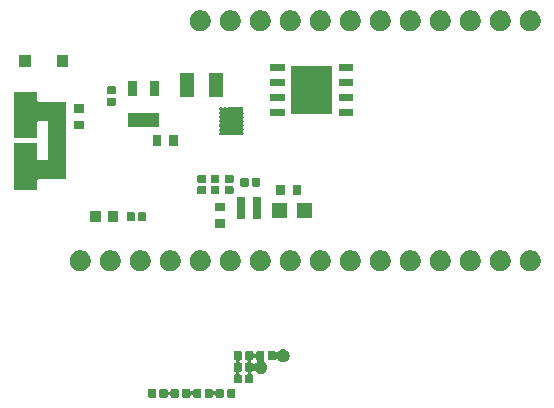
<source format=gbr>
G04 #@! TF.GenerationSoftware,KiCad,Pcbnew,(6.0.0-rc1-dev-1546-g786ee0e)*
G04 #@! TF.CreationDate,2019-11-08T10:29:52+01:00
G04 #@! TF.ProjectId,quicklogic-quick-feather-board,71756963-6b6c-46f6-9769-632d71756963,rev?*
G04 #@! TF.SameCoordinates,Original*
G04 #@! TF.FileFunction,Soldermask,Top*
G04 #@! TF.FilePolarity,Negative*
%FSLAX46Y46*%
G04 Gerber Fmt 4.6, Leading zero omitted, Abs format (unit mm)*
G04 Created by KiCad (PCBNEW (6.0.0-rc1-dev-1546-g786ee0e)) date Fri Nov  8 10:29:52 2019*
%MOMM*%
%LPD*%
G04 APERTURE LIST*
%ADD10C,0.100000*%
G04 APERTURE END LIST*
D10*
G36*
X142486939Y-126026717D02*
G01*
X142507557Y-126032971D01*
X142526557Y-126043127D01*
X142543209Y-126056793D01*
X142556875Y-126073445D01*
X142567031Y-126092445D01*
X142573285Y-126113063D01*
X142576001Y-126140641D01*
X142576001Y-126649361D01*
X142573285Y-126676939D01*
X142567031Y-126697557D01*
X142556875Y-126716557D01*
X142543209Y-126733209D01*
X142526557Y-126746875D01*
X142507557Y-126757031D01*
X142486939Y-126763285D01*
X142459361Y-126766001D01*
X142000641Y-126766001D01*
X141973063Y-126763285D01*
X141952445Y-126757031D01*
X141933445Y-126746875D01*
X141916793Y-126733209D01*
X141903127Y-126716557D01*
X141892971Y-126697557D01*
X141886717Y-126676939D01*
X141884001Y-126649361D01*
X141884001Y-126140641D01*
X141886717Y-126113063D01*
X141892971Y-126092445D01*
X141903127Y-126073445D01*
X141916793Y-126056793D01*
X141933445Y-126043127D01*
X141952445Y-126032971D01*
X141973063Y-126026717D01*
X142000641Y-126024001D01*
X142459361Y-126024001D01*
X142486939Y-126026717D01*
X142486939Y-126026717D01*
G37*
G36*
X136756939Y-126026717D02*
G01*
X136777557Y-126032971D01*
X136796557Y-126043127D01*
X136813209Y-126056793D01*
X136826875Y-126073445D01*
X136837031Y-126092445D01*
X136843285Y-126113063D01*
X136845603Y-126136600D01*
X136850383Y-126160633D01*
X136859761Y-126183272D01*
X136873374Y-126203647D01*
X136890702Y-126220974D01*
X136911076Y-126234588D01*
X136933715Y-126243965D01*
X136957748Y-126248746D01*
X136982253Y-126248746D01*
X137006286Y-126243966D01*
X137028925Y-126234588D01*
X137049300Y-126220975D01*
X137066627Y-126203647D01*
X137080241Y-126183273D01*
X137089618Y-126160634D01*
X137094399Y-126136600D01*
X137096717Y-126113063D01*
X137102971Y-126092445D01*
X137113127Y-126073445D01*
X137126793Y-126056793D01*
X137143445Y-126043127D01*
X137162445Y-126032971D01*
X137183063Y-126026717D01*
X137210641Y-126024001D01*
X137669361Y-126024001D01*
X137696939Y-126026717D01*
X137717557Y-126032971D01*
X137736557Y-126043127D01*
X137753209Y-126056793D01*
X137766875Y-126073445D01*
X137777031Y-126092445D01*
X137783285Y-126113063D01*
X137786001Y-126140641D01*
X137786001Y-126649361D01*
X137783285Y-126676939D01*
X137777031Y-126697557D01*
X137766875Y-126716557D01*
X137753209Y-126733209D01*
X137736557Y-126746875D01*
X137717557Y-126757031D01*
X137696939Y-126763285D01*
X137669361Y-126766001D01*
X137210641Y-126766001D01*
X137183063Y-126763285D01*
X137162445Y-126757031D01*
X137143445Y-126746875D01*
X137126793Y-126733209D01*
X137113127Y-126716557D01*
X137102971Y-126697557D01*
X137096717Y-126676939D01*
X137094399Y-126653402D01*
X137089619Y-126629369D01*
X137080241Y-126606730D01*
X137066628Y-126586355D01*
X137049300Y-126569028D01*
X137028926Y-126555414D01*
X137006287Y-126546037D01*
X136982254Y-126541256D01*
X136957749Y-126541256D01*
X136933716Y-126546036D01*
X136911077Y-126555414D01*
X136890702Y-126569027D01*
X136873375Y-126586355D01*
X136859761Y-126606729D01*
X136850384Y-126629368D01*
X136845603Y-126653402D01*
X136843285Y-126676939D01*
X136837031Y-126697557D01*
X136826875Y-126716557D01*
X136813209Y-126733209D01*
X136796557Y-126746875D01*
X136777557Y-126757031D01*
X136756939Y-126763285D01*
X136729361Y-126766001D01*
X136270641Y-126766001D01*
X136243063Y-126763285D01*
X136222445Y-126757031D01*
X136203445Y-126746875D01*
X136186793Y-126733209D01*
X136173127Y-126716557D01*
X136162971Y-126697557D01*
X136156717Y-126676939D01*
X136154001Y-126649361D01*
X136154001Y-126140641D01*
X136156717Y-126113063D01*
X136162971Y-126092445D01*
X136173127Y-126073445D01*
X136186793Y-126056793D01*
X136203445Y-126043127D01*
X136222445Y-126032971D01*
X136243063Y-126026717D01*
X136270641Y-126024001D01*
X136729361Y-126024001D01*
X136756939Y-126026717D01*
X136756939Y-126026717D01*
G37*
G36*
X135786939Y-126026717D02*
G01*
X135807557Y-126032971D01*
X135826557Y-126043127D01*
X135843209Y-126056793D01*
X135856875Y-126073445D01*
X135867031Y-126092445D01*
X135873285Y-126113063D01*
X135876001Y-126140641D01*
X135876001Y-126649361D01*
X135873285Y-126676939D01*
X135867031Y-126697557D01*
X135856875Y-126716557D01*
X135843209Y-126733209D01*
X135826557Y-126746875D01*
X135807557Y-126757031D01*
X135786939Y-126763285D01*
X135759361Y-126766001D01*
X135300641Y-126766001D01*
X135273063Y-126763285D01*
X135252445Y-126757031D01*
X135233445Y-126746875D01*
X135216793Y-126733209D01*
X135203127Y-126716557D01*
X135192971Y-126697557D01*
X135186717Y-126676939D01*
X135184001Y-126649361D01*
X135184001Y-126140641D01*
X135186717Y-126113063D01*
X135192971Y-126092445D01*
X135203127Y-126073445D01*
X135216793Y-126056793D01*
X135233445Y-126043127D01*
X135252445Y-126032971D01*
X135273063Y-126026717D01*
X135300641Y-126024001D01*
X135759361Y-126024001D01*
X135786939Y-126026717D01*
X135786939Y-126026717D01*
G37*
G36*
X138666939Y-126026717D02*
G01*
X138687557Y-126032971D01*
X138706557Y-126043127D01*
X138723209Y-126056793D01*
X138736875Y-126073445D01*
X138747031Y-126092445D01*
X138753285Y-126113063D01*
X138755603Y-126136600D01*
X138760383Y-126160633D01*
X138769761Y-126183272D01*
X138783374Y-126203647D01*
X138800702Y-126220974D01*
X138821076Y-126234588D01*
X138843715Y-126243965D01*
X138867748Y-126248746D01*
X138892253Y-126248746D01*
X138916286Y-126243966D01*
X138938925Y-126234588D01*
X138959300Y-126220975D01*
X138976627Y-126203647D01*
X138990241Y-126183273D01*
X138999618Y-126160634D01*
X139004399Y-126136600D01*
X139006717Y-126113063D01*
X139012971Y-126092445D01*
X139023127Y-126073445D01*
X139036793Y-126056793D01*
X139053445Y-126043127D01*
X139072445Y-126032971D01*
X139093063Y-126026717D01*
X139120641Y-126024001D01*
X139579361Y-126024001D01*
X139606939Y-126026717D01*
X139627557Y-126032971D01*
X139646557Y-126043127D01*
X139663209Y-126056793D01*
X139676875Y-126073445D01*
X139687031Y-126092445D01*
X139693285Y-126113063D01*
X139696001Y-126140641D01*
X139696001Y-126649361D01*
X139693285Y-126676939D01*
X139687031Y-126697557D01*
X139676875Y-126716557D01*
X139663209Y-126733209D01*
X139646557Y-126746875D01*
X139627557Y-126757031D01*
X139606939Y-126763285D01*
X139579361Y-126766001D01*
X139120641Y-126766001D01*
X139093063Y-126763285D01*
X139072445Y-126757031D01*
X139053445Y-126746875D01*
X139036793Y-126733209D01*
X139023127Y-126716557D01*
X139012971Y-126697557D01*
X139006717Y-126676939D01*
X139004399Y-126653402D01*
X138999619Y-126629369D01*
X138990241Y-126606730D01*
X138976628Y-126586355D01*
X138959300Y-126569028D01*
X138938926Y-126555414D01*
X138916287Y-126546037D01*
X138892254Y-126541256D01*
X138867749Y-126541256D01*
X138843716Y-126546036D01*
X138821077Y-126555414D01*
X138800702Y-126569027D01*
X138783375Y-126586355D01*
X138769761Y-126606729D01*
X138760384Y-126629368D01*
X138755603Y-126653402D01*
X138753285Y-126676939D01*
X138747031Y-126697557D01*
X138736875Y-126716557D01*
X138723209Y-126733209D01*
X138706557Y-126746875D01*
X138687557Y-126757031D01*
X138666939Y-126763285D01*
X138639361Y-126766001D01*
X138180641Y-126766001D01*
X138153063Y-126763285D01*
X138132445Y-126757031D01*
X138113445Y-126746875D01*
X138096793Y-126733209D01*
X138083127Y-126716557D01*
X138072971Y-126697557D01*
X138066717Y-126676939D01*
X138064001Y-126649361D01*
X138064001Y-126140641D01*
X138066717Y-126113063D01*
X138072971Y-126092445D01*
X138083127Y-126073445D01*
X138096793Y-126056793D01*
X138113445Y-126043127D01*
X138132445Y-126032971D01*
X138153063Y-126026717D01*
X138180641Y-126024001D01*
X138639361Y-126024001D01*
X138666939Y-126026717D01*
X138666939Y-126026717D01*
G37*
G36*
X140576939Y-126026717D02*
G01*
X140597557Y-126032971D01*
X140616557Y-126043127D01*
X140633209Y-126056793D01*
X140646875Y-126073445D01*
X140657031Y-126092445D01*
X140663285Y-126113063D01*
X140665603Y-126136600D01*
X140670383Y-126160633D01*
X140679761Y-126183272D01*
X140693374Y-126203647D01*
X140710702Y-126220974D01*
X140731076Y-126234588D01*
X140753715Y-126243965D01*
X140777748Y-126248746D01*
X140802253Y-126248746D01*
X140826286Y-126243966D01*
X140848925Y-126234588D01*
X140869300Y-126220975D01*
X140886627Y-126203647D01*
X140900241Y-126183273D01*
X140909618Y-126160634D01*
X140914399Y-126136600D01*
X140916717Y-126113063D01*
X140922971Y-126092445D01*
X140933127Y-126073445D01*
X140946793Y-126056793D01*
X140963445Y-126043127D01*
X140982445Y-126032971D01*
X141003063Y-126026717D01*
X141030641Y-126024001D01*
X141489361Y-126024001D01*
X141516939Y-126026717D01*
X141537557Y-126032971D01*
X141556557Y-126043127D01*
X141573209Y-126056793D01*
X141586875Y-126073445D01*
X141597031Y-126092445D01*
X141603285Y-126113063D01*
X141606001Y-126140641D01*
X141606001Y-126649361D01*
X141603285Y-126676939D01*
X141597031Y-126697557D01*
X141586875Y-126716557D01*
X141573209Y-126733209D01*
X141556557Y-126746875D01*
X141537557Y-126757031D01*
X141516939Y-126763285D01*
X141489361Y-126766001D01*
X141030641Y-126766001D01*
X141003063Y-126763285D01*
X140982445Y-126757031D01*
X140963445Y-126746875D01*
X140946793Y-126733209D01*
X140933127Y-126716557D01*
X140922971Y-126697557D01*
X140916717Y-126676939D01*
X140914399Y-126653402D01*
X140909619Y-126629369D01*
X140900241Y-126606730D01*
X140886628Y-126586355D01*
X140869300Y-126569028D01*
X140848926Y-126555414D01*
X140826287Y-126546037D01*
X140802254Y-126541256D01*
X140777749Y-126541256D01*
X140753716Y-126546036D01*
X140731077Y-126555414D01*
X140710702Y-126569027D01*
X140693375Y-126586355D01*
X140679761Y-126606729D01*
X140670384Y-126629368D01*
X140665603Y-126653402D01*
X140663285Y-126676939D01*
X140657031Y-126697557D01*
X140646875Y-126716557D01*
X140633209Y-126733209D01*
X140616557Y-126746875D01*
X140597557Y-126757031D01*
X140576939Y-126763285D01*
X140549361Y-126766001D01*
X140090641Y-126766001D01*
X140063063Y-126763285D01*
X140042445Y-126757031D01*
X140023445Y-126746875D01*
X140006793Y-126733209D01*
X139993127Y-126716557D01*
X139982971Y-126697557D01*
X139976717Y-126676939D01*
X139974001Y-126649361D01*
X139974001Y-126140641D01*
X139976717Y-126113063D01*
X139982971Y-126092445D01*
X139993127Y-126073445D01*
X140006793Y-126056793D01*
X140023445Y-126043127D01*
X140042445Y-126032971D01*
X140063063Y-126026717D01*
X140090641Y-126024001D01*
X140549361Y-126024001D01*
X140576939Y-126026717D01*
X140576939Y-126026717D01*
G37*
G36*
X143036939Y-122826717D02*
G01*
X143057557Y-122832971D01*
X143076557Y-122843127D01*
X143093209Y-122856793D01*
X143106875Y-122873445D01*
X143117031Y-122892445D01*
X143123285Y-122913063D01*
X143126001Y-122940641D01*
X143126001Y-123449361D01*
X143123285Y-123476939D01*
X143117031Y-123497557D01*
X143106875Y-123516557D01*
X143093209Y-123533209D01*
X143076557Y-123546875D01*
X143057557Y-123557031D01*
X143036939Y-123563285D01*
X143013402Y-123565603D01*
X142989369Y-123570383D01*
X142966730Y-123579761D01*
X142946355Y-123593374D01*
X142929028Y-123610702D01*
X142915414Y-123631076D01*
X142906037Y-123653715D01*
X142901256Y-123677748D01*
X142901256Y-123702253D01*
X142906036Y-123726286D01*
X142915414Y-123748925D01*
X142929027Y-123769300D01*
X142946355Y-123786627D01*
X142966729Y-123800241D01*
X142989368Y-123809618D01*
X143013402Y-123814399D01*
X143036939Y-123816717D01*
X143057557Y-123822971D01*
X143076557Y-123833127D01*
X143093209Y-123846793D01*
X143106875Y-123863445D01*
X143117031Y-123882445D01*
X143123285Y-123903063D01*
X143126001Y-123930641D01*
X143126001Y-124439361D01*
X143123285Y-124466939D01*
X143117031Y-124487557D01*
X143106875Y-124506557D01*
X143093209Y-124523209D01*
X143076557Y-124536875D01*
X143057557Y-124547031D01*
X143036939Y-124553285D01*
X143013402Y-124555603D01*
X142989369Y-124560383D01*
X142966730Y-124569761D01*
X142946355Y-124583374D01*
X142929028Y-124600702D01*
X142915414Y-124621076D01*
X142906037Y-124643715D01*
X142901256Y-124667748D01*
X142901256Y-124692253D01*
X142906036Y-124716286D01*
X142915414Y-124738925D01*
X142929027Y-124759300D01*
X142946355Y-124776627D01*
X142966729Y-124790241D01*
X142989368Y-124799618D01*
X143013402Y-124804399D01*
X143036939Y-124806717D01*
X143057557Y-124812971D01*
X143076557Y-124823127D01*
X143093209Y-124836793D01*
X143106875Y-124853445D01*
X143117031Y-124872445D01*
X143123285Y-124893063D01*
X143126001Y-124920641D01*
X143126001Y-125429361D01*
X143123285Y-125456939D01*
X143117031Y-125477557D01*
X143106875Y-125496557D01*
X143093209Y-125513209D01*
X143076557Y-125526875D01*
X143057557Y-125537031D01*
X143036939Y-125543285D01*
X143009361Y-125546001D01*
X142550641Y-125546001D01*
X142523063Y-125543285D01*
X142502445Y-125537031D01*
X142483445Y-125526875D01*
X142466793Y-125513209D01*
X142453127Y-125496557D01*
X142442971Y-125477557D01*
X142436717Y-125456939D01*
X142434001Y-125429361D01*
X142434001Y-124920641D01*
X142436717Y-124893063D01*
X142442971Y-124872445D01*
X142453127Y-124853445D01*
X142466793Y-124836793D01*
X142483445Y-124823127D01*
X142502445Y-124812971D01*
X142523063Y-124806717D01*
X142546600Y-124804399D01*
X142570633Y-124799619D01*
X142593272Y-124790241D01*
X142613647Y-124776628D01*
X142630974Y-124759300D01*
X142644588Y-124738926D01*
X142653965Y-124716287D01*
X142658746Y-124692254D01*
X142658746Y-124667749D01*
X142653966Y-124643716D01*
X142644588Y-124621077D01*
X142630975Y-124600702D01*
X142613647Y-124583375D01*
X142593273Y-124569761D01*
X142570634Y-124560384D01*
X142546600Y-124555603D01*
X142523063Y-124553285D01*
X142502445Y-124547031D01*
X142483445Y-124536875D01*
X142466793Y-124523209D01*
X142453127Y-124506557D01*
X142442971Y-124487557D01*
X142436717Y-124466939D01*
X142434001Y-124439361D01*
X142434001Y-123930641D01*
X142436717Y-123903063D01*
X142442971Y-123882445D01*
X142453127Y-123863445D01*
X142466793Y-123846793D01*
X142483445Y-123833127D01*
X142502445Y-123822971D01*
X142523063Y-123816717D01*
X142546600Y-123814399D01*
X142570633Y-123809619D01*
X142593272Y-123800241D01*
X142613647Y-123786628D01*
X142630974Y-123769300D01*
X142644588Y-123748926D01*
X142653965Y-123726287D01*
X142658746Y-123702254D01*
X142658746Y-123677749D01*
X142653966Y-123653716D01*
X142644588Y-123631077D01*
X142630975Y-123610702D01*
X142613647Y-123593375D01*
X142593273Y-123579761D01*
X142570634Y-123570384D01*
X142546600Y-123565603D01*
X142523063Y-123563285D01*
X142502445Y-123557031D01*
X142483445Y-123546875D01*
X142466793Y-123533209D01*
X142453127Y-123516557D01*
X142442971Y-123497557D01*
X142436717Y-123476939D01*
X142434001Y-123449361D01*
X142434001Y-122940641D01*
X142436717Y-122913063D01*
X142442971Y-122892445D01*
X142453127Y-122873445D01*
X142466793Y-122856793D01*
X142483445Y-122843127D01*
X142502445Y-122832971D01*
X142523063Y-122826717D01*
X142550641Y-122824001D01*
X143009361Y-122824001D01*
X143036939Y-122826717D01*
X143036939Y-122826717D01*
G37*
G36*
X144006939Y-122826717D02*
G01*
X144027557Y-122832971D01*
X144046557Y-122843127D01*
X144063209Y-122856793D01*
X144076875Y-122873445D01*
X144087031Y-122892445D01*
X144093285Y-122913063D01*
X144095603Y-122936600D01*
X144100383Y-122960633D01*
X144109761Y-122983272D01*
X144123374Y-123003647D01*
X144140702Y-123020974D01*
X144161076Y-123034588D01*
X144183715Y-123043965D01*
X144207748Y-123048746D01*
X144232253Y-123048746D01*
X144256286Y-123043966D01*
X144278925Y-123034588D01*
X144299300Y-123020975D01*
X144316627Y-123003647D01*
X144330241Y-122983273D01*
X144339618Y-122960634D01*
X144344399Y-122936600D01*
X144346717Y-122913063D01*
X144352971Y-122892445D01*
X144363127Y-122873445D01*
X144376793Y-122856793D01*
X144393445Y-122843127D01*
X144412445Y-122832971D01*
X144433063Y-122826717D01*
X144460641Y-122824001D01*
X144919361Y-122824001D01*
X144946939Y-122826717D01*
X144967557Y-122832971D01*
X144986557Y-122843127D01*
X145003209Y-122856793D01*
X145016875Y-122873445D01*
X145027031Y-122892445D01*
X145033285Y-122913063D01*
X145036001Y-122940641D01*
X145036001Y-123449361D01*
X145033285Y-123476939D01*
X145027031Y-123497557D01*
X145016875Y-123516557D01*
X144997351Y-123540347D01*
X144993026Y-123544672D01*
X144979412Y-123565046D01*
X144970033Y-123587685D01*
X144965252Y-123611718D01*
X144965252Y-123636223D01*
X144970031Y-123660256D01*
X144979408Y-123682895D01*
X144993021Y-123703270D01*
X145010348Y-123720598D01*
X145020201Y-123727906D01*
X145054764Y-123751000D01*
X145071245Y-123762012D01*
X145147988Y-123838755D01*
X145208291Y-123929005D01*
X145249826Y-124029279D01*
X145271000Y-124135730D01*
X145271000Y-124244270D01*
X145249826Y-124350721D01*
X145208291Y-124450995D01*
X145147988Y-124541245D01*
X145071245Y-124617988D01*
X144980995Y-124678291D01*
X144880721Y-124719826D01*
X144774270Y-124741000D01*
X144665730Y-124741000D01*
X144559279Y-124719826D01*
X144459005Y-124678291D01*
X144368755Y-124617988D01*
X144292012Y-124541245D01*
X144276323Y-124517765D01*
X144260777Y-124498823D01*
X144241835Y-124483277D01*
X144220224Y-124471726D01*
X144196775Y-124464613D01*
X144172389Y-124462211D01*
X144148003Y-124464613D01*
X144124554Y-124471726D01*
X144102943Y-124483277D01*
X144084001Y-124498823D01*
X144075762Y-124507913D01*
X144063209Y-124523209D01*
X144046557Y-124536875D01*
X144027557Y-124547031D01*
X144006939Y-124553285D01*
X143983402Y-124555603D01*
X143959369Y-124560383D01*
X143936730Y-124569761D01*
X143916355Y-124583374D01*
X143899028Y-124600702D01*
X143885414Y-124621076D01*
X143876037Y-124643715D01*
X143871256Y-124667748D01*
X143871256Y-124692253D01*
X143876036Y-124716286D01*
X143885414Y-124738925D01*
X143899027Y-124759300D01*
X143916355Y-124776627D01*
X143936729Y-124790241D01*
X143959368Y-124799618D01*
X143983402Y-124804399D01*
X144006939Y-124806717D01*
X144027557Y-124812971D01*
X144046557Y-124823127D01*
X144063209Y-124836793D01*
X144076875Y-124853445D01*
X144087031Y-124872445D01*
X144093285Y-124893063D01*
X144096001Y-124920641D01*
X144096001Y-125429361D01*
X144093285Y-125456939D01*
X144087031Y-125477557D01*
X144076875Y-125496557D01*
X144063209Y-125513209D01*
X144046557Y-125526875D01*
X144027557Y-125537031D01*
X144006939Y-125543285D01*
X143979361Y-125546001D01*
X143520641Y-125546001D01*
X143493063Y-125543285D01*
X143472445Y-125537031D01*
X143453445Y-125526875D01*
X143436793Y-125513209D01*
X143423127Y-125496557D01*
X143412971Y-125477557D01*
X143406717Y-125456939D01*
X143404001Y-125429361D01*
X143404001Y-124920641D01*
X143406717Y-124893063D01*
X143412971Y-124872445D01*
X143423127Y-124853445D01*
X143436793Y-124836793D01*
X143453445Y-124823127D01*
X143472445Y-124812971D01*
X143493063Y-124806717D01*
X143516600Y-124804399D01*
X143540633Y-124799619D01*
X143563272Y-124790241D01*
X143583647Y-124776628D01*
X143600974Y-124759300D01*
X143614588Y-124738926D01*
X143623965Y-124716287D01*
X143628746Y-124692254D01*
X143628746Y-124667749D01*
X143623966Y-124643716D01*
X143614588Y-124621077D01*
X143600975Y-124600702D01*
X143583647Y-124583375D01*
X143563273Y-124569761D01*
X143540634Y-124560384D01*
X143516600Y-124555603D01*
X143493063Y-124553285D01*
X143472445Y-124547031D01*
X143453445Y-124536875D01*
X143436793Y-124523209D01*
X143423127Y-124506557D01*
X143412971Y-124487557D01*
X143406717Y-124466939D01*
X143404001Y-124439361D01*
X143404001Y-123930641D01*
X143406717Y-123903063D01*
X143412971Y-123882445D01*
X143423127Y-123863445D01*
X143436793Y-123846793D01*
X143453445Y-123833127D01*
X143472445Y-123822971D01*
X143493063Y-123816717D01*
X143516600Y-123814399D01*
X143540633Y-123809619D01*
X143563272Y-123800241D01*
X143583647Y-123786628D01*
X143600974Y-123769300D01*
X143614588Y-123748926D01*
X143623965Y-123726287D01*
X143628746Y-123702254D01*
X143628746Y-123677749D01*
X143628746Y-123677748D01*
X143871256Y-123677748D01*
X143871256Y-123702253D01*
X143876036Y-123726286D01*
X143885414Y-123748925D01*
X143899027Y-123769300D01*
X143916355Y-123786627D01*
X143936729Y-123800241D01*
X143959368Y-123809618D01*
X143983402Y-123814399D01*
X144006939Y-123816717D01*
X144027557Y-123822971D01*
X144046557Y-123833127D01*
X144063209Y-123846793D01*
X144079444Y-123866576D01*
X144096770Y-123883903D01*
X144117145Y-123897517D01*
X144139784Y-123906895D01*
X144163817Y-123911676D01*
X144188321Y-123911676D01*
X144212355Y-123906896D01*
X144234994Y-123897519D01*
X144255369Y-123883905D01*
X144272696Y-123866579D01*
X144280004Y-123856725D01*
X144292010Y-123838757D01*
X144368757Y-123762010D01*
X144386725Y-123750004D01*
X144405667Y-123734459D01*
X144421212Y-123715516D01*
X144432763Y-123693905D01*
X144439876Y-123670456D01*
X144442278Y-123646070D01*
X144439876Y-123621684D01*
X144432763Y-123598235D01*
X144421211Y-123576624D01*
X144405666Y-123557682D01*
X144396576Y-123549444D01*
X144376793Y-123533209D01*
X144363127Y-123516557D01*
X144352971Y-123497557D01*
X144346717Y-123476939D01*
X144344399Y-123453402D01*
X144339619Y-123429369D01*
X144330241Y-123406730D01*
X144316628Y-123386355D01*
X144299300Y-123369028D01*
X144278926Y-123355414D01*
X144256287Y-123346037D01*
X144232254Y-123341256D01*
X144207749Y-123341256D01*
X144183716Y-123346036D01*
X144161077Y-123355414D01*
X144140702Y-123369027D01*
X144123375Y-123386355D01*
X144109761Y-123406729D01*
X144100384Y-123429368D01*
X144095603Y-123453402D01*
X144093285Y-123476939D01*
X144087031Y-123497557D01*
X144076875Y-123516557D01*
X144063209Y-123533209D01*
X144046557Y-123546875D01*
X144027557Y-123557031D01*
X144006939Y-123563285D01*
X143983402Y-123565603D01*
X143959369Y-123570383D01*
X143936730Y-123579761D01*
X143916355Y-123593374D01*
X143899028Y-123610702D01*
X143885414Y-123631076D01*
X143876037Y-123653715D01*
X143871256Y-123677748D01*
X143628746Y-123677748D01*
X143623966Y-123653716D01*
X143614588Y-123631077D01*
X143600975Y-123610702D01*
X143583647Y-123593375D01*
X143563273Y-123579761D01*
X143540634Y-123570384D01*
X143516600Y-123565603D01*
X143493063Y-123563285D01*
X143472445Y-123557031D01*
X143453445Y-123546875D01*
X143436793Y-123533209D01*
X143423127Y-123516557D01*
X143412971Y-123497557D01*
X143406717Y-123476939D01*
X143404001Y-123449361D01*
X143404001Y-122940641D01*
X143406717Y-122913063D01*
X143412971Y-122892445D01*
X143423127Y-122873445D01*
X143436793Y-122856793D01*
X143453445Y-122843127D01*
X143472445Y-122832971D01*
X143493063Y-122826717D01*
X143520641Y-122824001D01*
X143979361Y-122824001D01*
X144006939Y-122826717D01*
X144006939Y-122826717D01*
G37*
G36*
X146790721Y-122670174D02*
G01*
X146890995Y-122711709D01*
X146981245Y-122772012D01*
X147057988Y-122848755D01*
X147118291Y-122939005D01*
X147159826Y-123039279D01*
X147181000Y-123145730D01*
X147181000Y-123254270D01*
X147159826Y-123360721D01*
X147118291Y-123460995D01*
X147057988Y-123551245D01*
X146981245Y-123627988D01*
X146890995Y-123688291D01*
X146790721Y-123729826D01*
X146684270Y-123751000D01*
X146575730Y-123751000D01*
X146469279Y-123729826D01*
X146369005Y-123688291D01*
X146278755Y-123627988D01*
X146202012Y-123551245D01*
X146186323Y-123527765D01*
X146170777Y-123508823D01*
X146151835Y-123493277D01*
X146130224Y-123481726D01*
X146106775Y-123474613D01*
X146082389Y-123472211D01*
X146058003Y-123474613D01*
X146034554Y-123481726D01*
X146012943Y-123493277D01*
X145994001Y-123508823D01*
X145985762Y-123517913D01*
X145973209Y-123533209D01*
X145956557Y-123546875D01*
X145937557Y-123557031D01*
X145916939Y-123563285D01*
X145889361Y-123566001D01*
X145430641Y-123566001D01*
X145403063Y-123563285D01*
X145382445Y-123557031D01*
X145363445Y-123546875D01*
X145346793Y-123533209D01*
X145333127Y-123516557D01*
X145322971Y-123497557D01*
X145316717Y-123476939D01*
X145314001Y-123449361D01*
X145314001Y-122940641D01*
X145316717Y-122913063D01*
X145322971Y-122892445D01*
X145333127Y-122873445D01*
X145346793Y-122856793D01*
X145363445Y-122843127D01*
X145382445Y-122832971D01*
X145403063Y-122826717D01*
X145430641Y-122824001D01*
X145889361Y-122824001D01*
X145916939Y-122826717D01*
X145937557Y-122832971D01*
X145956557Y-122843127D01*
X145973209Y-122856793D01*
X145989444Y-122876576D01*
X146006770Y-122893903D01*
X146027145Y-122907517D01*
X146049784Y-122916895D01*
X146073817Y-122921676D01*
X146098321Y-122921676D01*
X146122355Y-122916896D01*
X146144994Y-122907519D01*
X146165369Y-122893905D01*
X146182696Y-122876579D01*
X146190004Y-122866725D01*
X146202010Y-122848757D01*
X146278755Y-122772012D01*
X146369005Y-122711709D01*
X146469279Y-122670174D01*
X146575730Y-122649000D01*
X146684270Y-122649000D01*
X146790721Y-122670174D01*
X146790721Y-122670174D01*
G37*
G36*
X142410412Y-114308764D02*
G01*
X142572198Y-114375778D01*
X142717807Y-114473071D01*
X142841629Y-114596893D01*
X142938922Y-114742502D01*
X143005936Y-114904288D01*
X143040100Y-115076041D01*
X143040100Y-115251159D01*
X143005936Y-115422912D01*
X142938922Y-115584698D01*
X142841629Y-115730307D01*
X142717807Y-115854129D01*
X142572198Y-115951422D01*
X142410412Y-116018436D01*
X142238659Y-116052600D01*
X142063541Y-116052600D01*
X141891788Y-116018436D01*
X141730002Y-115951422D01*
X141584393Y-115854129D01*
X141460571Y-115730307D01*
X141363278Y-115584698D01*
X141296264Y-115422912D01*
X141262100Y-115251159D01*
X141262100Y-115076041D01*
X141296264Y-114904288D01*
X141363278Y-114742502D01*
X141460571Y-114596893D01*
X141584393Y-114473071D01*
X141730002Y-114375778D01*
X141891788Y-114308764D01*
X142063541Y-114274600D01*
X142238659Y-114274600D01*
X142410412Y-114308764D01*
X142410412Y-114308764D01*
G37*
G36*
X167810412Y-114308764D02*
G01*
X167972198Y-114375778D01*
X168117807Y-114473071D01*
X168241629Y-114596893D01*
X168338922Y-114742502D01*
X168405936Y-114904288D01*
X168440100Y-115076041D01*
X168440100Y-115251159D01*
X168405936Y-115422912D01*
X168338922Y-115584698D01*
X168241629Y-115730307D01*
X168117807Y-115854129D01*
X167972198Y-115951422D01*
X167810412Y-116018436D01*
X167638659Y-116052600D01*
X167463541Y-116052600D01*
X167291788Y-116018436D01*
X167130002Y-115951422D01*
X166984393Y-115854129D01*
X166860571Y-115730307D01*
X166763278Y-115584698D01*
X166696264Y-115422912D01*
X166662100Y-115251159D01*
X166662100Y-115076041D01*
X166696264Y-114904288D01*
X166763278Y-114742502D01*
X166860571Y-114596893D01*
X166984393Y-114473071D01*
X167130002Y-114375778D01*
X167291788Y-114308764D01*
X167463541Y-114274600D01*
X167638659Y-114274600D01*
X167810412Y-114308764D01*
X167810412Y-114308764D01*
G37*
G36*
X129710412Y-114308764D02*
G01*
X129872198Y-114375778D01*
X130017807Y-114473071D01*
X130141629Y-114596893D01*
X130238922Y-114742502D01*
X130305936Y-114904288D01*
X130340100Y-115076041D01*
X130340100Y-115251159D01*
X130305936Y-115422912D01*
X130238922Y-115584698D01*
X130141629Y-115730307D01*
X130017807Y-115854129D01*
X129872198Y-115951422D01*
X129710412Y-116018436D01*
X129538659Y-116052600D01*
X129363541Y-116052600D01*
X129191788Y-116018436D01*
X129030002Y-115951422D01*
X128884393Y-115854129D01*
X128760571Y-115730307D01*
X128663278Y-115584698D01*
X128596264Y-115422912D01*
X128562100Y-115251159D01*
X128562100Y-115076041D01*
X128596264Y-114904288D01*
X128663278Y-114742502D01*
X128760571Y-114596893D01*
X128884393Y-114473071D01*
X129030002Y-114375778D01*
X129191788Y-114308764D01*
X129363541Y-114274600D01*
X129538659Y-114274600D01*
X129710412Y-114308764D01*
X129710412Y-114308764D01*
G37*
G36*
X132250412Y-114308764D02*
G01*
X132412198Y-114375778D01*
X132557807Y-114473071D01*
X132681629Y-114596893D01*
X132778922Y-114742502D01*
X132845936Y-114904288D01*
X132880100Y-115076041D01*
X132880100Y-115251159D01*
X132845936Y-115422912D01*
X132778922Y-115584698D01*
X132681629Y-115730307D01*
X132557807Y-115854129D01*
X132412198Y-115951422D01*
X132250412Y-116018436D01*
X132078659Y-116052600D01*
X131903541Y-116052600D01*
X131731788Y-116018436D01*
X131570002Y-115951422D01*
X131424393Y-115854129D01*
X131300571Y-115730307D01*
X131203278Y-115584698D01*
X131136264Y-115422912D01*
X131102100Y-115251159D01*
X131102100Y-115076041D01*
X131136264Y-114904288D01*
X131203278Y-114742502D01*
X131300571Y-114596893D01*
X131424393Y-114473071D01*
X131570002Y-114375778D01*
X131731788Y-114308764D01*
X131903541Y-114274600D01*
X132078659Y-114274600D01*
X132250412Y-114308764D01*
X132250412Y-114308764D01*
G37*
G36*
X134790412Y-114308764D02*
G01*
X134952198Y-114375778D01*
X135097807Y-114473071D01*
X135221629Y-114596893D01*
X135318922Y-114742502D01*
X135385936Y-114904288D01*
X135420100Y-115076041D01*
X135420100Y-115251159D01*
X135385936Y-115422912D01*
X135318922Y-115584698D01*
X135221629Y-115730307D01*
X135097807Y-115854129D01*
X134952198Y-115951422D01*
X134790412Y-116018436D01*
X134618659Y-116052600D01*
X134443541Y-116052600D01*
X134271788Y-116018436D01*
X134110002Y-115951422D01*
X133964393Y-115854129D01*
X133840571Y-115730307D01*
X133743278Y-115584698D01*
X133676264Y-115422912D01*
X133642100Y-115251159D01*
X133642100Y-115076041D01*
X133676264Y-114904288D01*
X133743278Y-114742502D01*
X133840571Y-114596893D01*
X133964393Y-114473071D01*
X134110002Y-114375778D01*
X134271788Y-114308764D01*
X134443541Y-114274600D01*
X134618659Y-114274600D01*
X134790412Y-114308764D01*
X134790412Y-114308764D01*
G37*
G36*
X137330412Y-114308764D02*
G01*
X137492198Y-114375778D01*
X137637807Y-114473071D01*
X137761629Y-114596893D01*
X137858922Y-114742502D01*
X137925936Y-114904288D01*
X137960100Y-115076041D01*
X137960100Y-115251159D01*
X137925936Y-115422912D01*
X137858922Y-115584698D01*
X137761629Y-115730307D01*
X137637807Y-115854129D01*
X137492198Y-115951422D01*
X137330412Y-116018436D01*
X137158659Y-116052600D01*
X136983541Y-116052600D01*
X136811788Y-116018436D01*
X136650002Y-115951422D01*
X136504393Y-115854129D01*
X136380571Y-115730307D01*
X136283278Y-115584698D01*
X136216264Y-115422912D01*
X136182100Y-115251159D01*
X136182100Y-115076041D01*
X136216264Y-114904288D01*
X136283278Y-114742502D01*
X136380571Y-114596893D01*
X136504393Y-114473071D01*
X136650002Y-114375778D01*
X136811788Y-114308764D01*
X136983541Y-114274600D01*
X137158659Y-114274600D01*
X137330412Y-114308764D01*
X137330412Y-114308764D01*
G37*
G36*
X139870412Y-114308764D02*
G01*
X140032198Y-114375778D01*
X140177807Y-114473071D01*
X140301629Y-114596893D01*
X140398922Y-114742502D01*
X140465936Y-114904288D01*
X140500100Y-115076041D01*
X140500100Y-115251159D01*
X140465936Y-115422912D01*
X140398922Y-115584698D01*
X140301629Y-115730307D01*
X140177807Y-115854129D01*
X140032198Y-115951422D01*
X139870412Y-116018436D01*
X139698659Y-116052600D01*
X139523541Y-116052600D01*
X139351788Y-116018436D01*
X139190002Y-115951422D01*
X139044393Y-115854129D01*
X138920571Y-115730307D01*
X138823278Y-115584698D01*
X138756264Y-115422912D01*
X138722100Y-115251159D01*
X138722100Y-115076041D01*
X138756264Y-114904288D01*
X138823278Y-114742502D01*
X138920571Y-114596893D01*
X139044393Y-114473071D01*
X139190002Y-114375778D01*
X139351788Y-114308764D01*
X139523541Y-114274600D01*
X139698659Y-114274600D01*
X139870412Y-114308764D01*
X139870412Y-114308764D01*
G37*
G36*
X144950412Y-114308764D02*
G01*
X145112198Y-114375778D01*
X145257807Y-114473071D01*
X145381629Y-114596893D01*
X145478922Y-114742502D01*
X145545936Y-114904288D01*
X145580100Y-115076041D01*
X145580100Y-115251159D01*
X145545936Y-115422912D01*
X145478922Y-115584698D01*
X145381629Y-115730307D01*
X145257807Y-115854129D01*
X145112198Y-115951422D01*
X144950412Y-116018436D01*
X144778659Y-116052600D01*
X144603541Y-116052600D01*
X144431788Y-116018436D01*
X144270002Y-115951422D01*
X144124393Y-115854129D01*
X144000571Y-115730307D01*
X143903278Y-115584698D01*
X143836264Y-115422912D01*
X143802100Y-115251159D01*
X143802100Y-115076041D01*
X143836264Y-114904288D01*
X143903278Y-114742502D01*
X144000571Y-114596893D01*
X144124393Y-114473071D01*
X144270002Y-114375778D01*
X144431788Y-114308764D01*
X144603541Y-114274600D01*
X144778659Y-114274600D01*
X144950412Y-114308764D01*
X144950412Y-114308764D01*
G37*
G36*
X165270412Y-114308764D02*
G01*
X165432198Y-114375778D01*
X165577807Y-114473071D01*
X165701629Y-114596893D01*
X165798922Y-114742502D01*
X165865936Y-114904288D01*
X165900100Y-115076041D01*
X165900100Y-115251159D01*
X165865936Y-115422912D01*
X165798922Y-115584698D01*
X165701629Y-115730307D01*
X165577807Y-115854129D01*
X165432198Y-115951422D01*
X165270412Y-116018436D01*
X165098659Y-116052600D01*
X164923541Y-116052600D01*
X164751788Y-116018436D01*
X164590002Y-115951422D01*
X164444393Y-115854129D01*
X164320571Y-115730307D01*
X164223278Y-115584698D01*
X164156264Y-115422912D01*
X164122100Y-115251159D01*
X164122100Y-115076041D01*
X164156264Y-114904288D01*
X164223278Y-114742502D01*
X164320571Y-114596893D01*
X164444393Y-114473071D01*
X164590002Y-114375778D01*
X164751788Y-114308764D01*
X164923541Y-114274600D01*
X165098659Y-114274600D01*
X165270412Y-114308764D01*
X165270412Y-114308764D01*
G37*
G36*
X150030412Y-114308764D02*
G01*
X150192198Y-114375778D01*
X150337807Y-114473071D01*
X150461629Y-114596893D01*
X150558922Y-114742502D01*
X150625936Y-114904288D01*
X150660100Y-115076041D01*
X150660100Y-115251159D01*
X150625936Y-115422912D01*
X150558922Y-115584698D01*
X150461629Y-115730307D01*
X150337807Y-115854129D01*
X150192198Y-115951422D01*
X150030412Y-116018436D01*
X149858659Y-116052600D01*
X149683541Y-116052600D01*
X149511788Y-116018436D01*
X149350002Y-115951422D01*
X149204393Y-115854129D01*
X149080571Y-115730307D01*
X148983278Y-115584698D01*
X148916264Y-115422912D01*
X148882100Y-115251159D01*
X148882100Y-115076041D01*
X148916264Y-114904288D01*
X148983278Y-114742502D01*
X149080571Y-114596893D01*
X149204393Y-114473071D01*
X149350002Y-114375778D01*
X149511788Y-114308764D01*
X149683541Y-114274600D01*
X149858659Y-114274600D01*
X150030412Y-114308764D01*
X150030412Y-114308764D01*
G37*
G36*
X152570412Y-114308764D02*
G01*
X152732198Y-114375778D01*
X152877807Y-114473071D01*
X153001629Y-114596893D01*
X153098922Y-114742502D01*
X153165936Y-114904288D01*
X153200100Y-115076041D01*
X153200100Y-115251159D01*
X153165936Y-115422912D01*
X153098922Y-115584698D01*
X153001629Y-115730307D01*
X152877807Y-115854129D01*
X152732198Y-115951422D01*
X152570412Y-116018436D01*
X152398659Y-116052600D01*
X152223541Y-116052600D01*
X152051788Y-116018436D01*
X151890002Y-115951422D01*
X151744393Y-115854129D01*
X151620571Y-115730307D01*
X151523278Y-115584698D01*
X151456264Y-115422912D01*
X151422100Y-115251159D01*
X151422100Y-115076041D01*
X151456264Y-114904288D01*
X151523278Y-114742502D01*
X151620571Y-114596893D01*
X151744393Y-114473071D01*
X151890002Y-114375778D01*
X152051788Y-114308764D01*
X152223541Y-114274600D01*
X152398659Y-114274600D01*
X152570412Y-114308764D01*
X152570412Y-114308764D01*
G37*
G36*
X155110412Y-114308764D02*
G01*
X155272198Y-114375778D01*
X155417807Y-114473071D01*
X155541629Y-114596893D01*
X155638922Y-114742502D01*
X155705936Y-114904288D01*
X155740100Y-115076041D01*
X155740100Y-115251159D01*
X155705936Y-115422912D01*
X155638922Y-115584698D01*
X155541629Y-115730307D01*
X155417807Y-115854129D01*
X155272198Y-115951422D01*
X155110412Y-116018436D01*
X154938659Y-116052600D01*
X154763541Y-116052600D01*
X154591788Y-116018436D01*
X154430002Y-115951422D01*
X154284393Y-115854129D01*
X154160571Y-115730307D01*
X154063278Y-115584698D01*
X153996264Y-115422912D01*
X153962100Y-115251159D01*
X153962100Y-115076041D01*
X153996264Y-114904288D01*
X154063278Y-114742502D01*
X154160571Y-114596893D01*
X154284393Y-114473071D01*
X154430002Y-114375778D01*
X154591788Y-114308764D01*
X154763541Y-114274600D01*
X154938659Y-114274600D01*
X155110412Y-114308764D01*
X155110412Y-114308764D01*
G37*
G36*
X157650412Y-114308764D02*
G01*
X157812198Y-114375778D01*
X157957807Y-114473071D01*
X158081629Y-114596893D01*
X158178922Y-114742502D01*
X158245936Y-114904288D01*
X158280100Y-115076041D01*
X158280100Y-115251159D01*
X158245936Y-115422912D01*
X158178922Y-115584698D01*
X158081629Y-115730307D01*
X157957807Y-115854129D01*
X157812198Y-115951422D01*
X157650412Y-116018436D01*
X157478659Y-116052600D01*
X157303541Y-116052600D01*
X157131788Y-116018436D01*
X156970002Y-115951422D01*
X156824393Y-115854129D01*
X156700571Y-115730307D01*
X156603278Y-115584698D01*
X156536264Y-115422912D01*
X156502100Y-115251159D01*
X156502100Y-115076041D01*
X156536264Y-114904288D01*
X156603278Y-114742502D01*
X156700571Y-114596893D01*
X156824393Y-114473071D01*
X156970002Y-114375778D01*
X157131788Y-114308764D01*
X157303541Y-114274600D01*
X157478659Y-114274600D01*
X157650412Y-114308764D01*
X157650412Y-114308764D01*
G37*
G36*
X160190412Y-114308764D02*
G01*
X160352198Y-114375778D01*
X160497807Y-114473071D01*
X160621629Y-114596893D01*
X160718922Y-114742502D01*
X160785936Y-114904288D01*
X160820100Y-115076041D01*
X160820100Y-115251159D01*
X160785936Y-115422912D01*
X160718922Y-115584698D01*
X160621629Y-115730307D01*
X160497807Y-115854129D01*
X160352198Y-115951422D01*
X160190412Y-116018436D01*
X160018659Y-116052600D01*
X159843541Y-116052600D01*
X159671788Y-116018436D01*
X159510002Y-115951422D01*
X159364393Y-115854129D01*
X159240571Y-115730307D01*
X159143278Y-115584698D01*
X159076264Y-115422912D01*
X159042100Y-115251159D01*
X159042100Y-115076041D01*
X159076264Y-114904288D01*
X159143278Y-114742502D01*
X159240571Y-114596893D01*
X159364393Y-114473071D01*
X159510002Y-114375778D01*
X159671788Y-114308764D01*
X159843541Y-114274600D01*
X160018659Y-114274600D01*
X160190412Y-114308764D01*
X160190412Y-114308764D01*
G37*
G36*
X162730412Y-114308764D02*
G01*
X162892198Y-114375778D01*
X163037807Y-114473071D01*
X163161629Y-114596893D01*
X163258922Y-114742502D01*
X163325936Y-114904288D01*
X163360100Y-115076041D01*
X163360100Y-115251159D01*
X163325936Y-115422912D01*
X163258922Y-115584698D01*
X163161629Y-115730307D01*
X163037807Y-115854129D01*
X162892198Y-115951422D01*
X162730412Y-116018436D01*
X162558659Y-116052600D01*
X162383541Y-116052600D01*
X162211788Y-116018436D01*
X162050002Y-115951422D01*
X161904393Y-115854129D01*
X161780571Y-115730307D01*
X161683278Y-115584698D01*
X161616264Y-115422912D01*
X161582100Y-115251159D01*
X161582100Y-115076041D01*
X161616264Y-114904288D01*
X161683278Y-114742502D01*
X161780571Y-114596893D01*
X161904393Y-114473071D01*
X162050002Y-114375778D01*
X162211788Y-114308764D01*
X162383541Y-114274600D01*
X162558659Y-114274600D01*
X162730412Y-114308764D01*
X162730412Y-114308764D01*
G37*
G36*
X147490412Y-114308764D02*
G01*
X147652198Y-114375778D01*
X147797807Y-114473071D01*
X147921629Y-114596893D01*
X148018922Y-114742502D01*
X148085936Y-114904288D01*
X148120100Y-115076041D01*
X148120100Y-115251159D01*
X148085936Y-115422912D01*
X148018922Y-115584698D01*
X147921629Y-115730307D01*
X147797807Y-115854129D01*
X147652198Y-115951422D01*
X147490412Y-116018436D01*
X147318659Y-116052600D01*
X147143541Y-116052600D01*
X146971788Y-116018436D01*
X146810002Y-115951422D01*
X146664393Y-115854129D01*
X146540571Y-115730307D01*
X146443278Y-115584698D01*
X146376264Y-115422912D01*
X146342100Y-115251159D01*
X146342100Y-115076041D01*
X146376264Y-114904288D01*
X146443278Y-114742502D01*
X146540571Y-114596893D01*
X146664393Y-114473071D01*
X146810002Y-114375778D01*
X146971788Y-114308764D01*
X147143541Y-114274600D01*
X147318659Y-114274600D01*
X147490412Y-114308764D01*
X147490412Y-114308764D01*
G37*
G36*
X141741000Y-112381000D02*
G01*
X140839000Y-112381000D01*
X140839000Y-111679000D01*
X141741000Y-111679000D01*
X141741000Y-112381000D01*
X141741000Y-112381000D01*
G37*
G36*
X131181000Y-111901000D02*
G01*
X130279000Y-111901000D01*
X130279000Y-110999000D01*
X131181000Y-110999000D01*
X131181000Y-111901000D01*
X131181000Y-111901000D01*
G37*
G36*
X132681000Y-111901000D02*
G01*
X131779000Y-111901000D01*
X131779000Y-110999000D01*
X132681000Y-110999000D01*
X132681000Y-111901000D01*
X132681000Y-111901000D01*
G37*
G36*
X134941938Y-111071716D02*
G01*
X134962556Y-111077970D01*
X134981556Y-111088126D01*
X134998208Y-111101792D01*
X135011874Y-111118444D01*
X135022030Y-111137444D01*
X135028284Y-111158062D01*
X135031000Y-111185640D01*
X135031000Y-111694360D01*
X135028284Y-111721938D01*
X135022030Y-111742556D01*
X135011874Y-111761556D01*
X134998208Y-111778208D01*
X134981556Y-111791874D01*
X134962556Y-111802030D01*
X134941938Y-111808284D01*
X134914360Y-111811000D01*
X134455640Y-111811000D01*
X134428062Y-111808284D01*
X134407444Y-111802030D01*
X134388444Y-111791874D01*
X134371792Y-111778208D01*
X134358126Y-111761556D01*
X134347970Y-111742556D01*
X134341716Y-111721938D01*
X134339000Y-111694360D01*
X134339000Y-111185640D01*
X134341716Y-111158062D01*
X134347970Y-111137444D01*
X134358126Y-111118444D01*
X134371792Y-111101792D01*
X134388444Y-111088126D01*
X134407444Y-111077970D01*
X134428062Y-111071716D01*
X134455640Y-111069000D01*
X134914360Y-111069000D01*
X134941938Y-111071716D01*
X134941938Y-111071716D01*
G37*
G36*
X133971938Y-111071716D02*
G01*
X133992556Y-111077970D01*
X134011556Y-111088126D01*
X134028208Y-111101792D01*
X134041874Y-111118444D01*
X134052030Y-111137444D01*
X134058284Y-111158062D01*
X134061000Y-111185640D01*
X134061000Y-111694360D01*
X134058284Y-111721938D01*
X134052030Y-111742556D01*
X134041874Y-111761556D01*
X134028208Y-111778208D01*
X134011556Y-111791874D01*
X133992556Y-111802030D01*
X133971938Y-111808284D01*
X133944360Y-111811000D01*
X133485640Y-111811000D01*
X133458062Y-111808284D01*
X133437444Y-111802030D01*
X133418444Y-111791874D01*
X133401792Y-111778208D01*
X133388126Y-111761556D01*
X133377970Y-111742556D01*
X133371716Y-111721938D01*
X133369000Y-111694360D01*
X133369000Y-111185640D01*
X133371716Y-111158062D01*
X133377970Y-111137444D01*
X133388126Y-111118444D01*
X133401792Y-111101792D01*
X133418444Y-111088126D01*
X133437444Y-111077970D01*
X133458062Y-111071716D01*
X133485640Y-111069000D01*
X133944360Y-111069000D01*
X133971938Y-111071716D01*
X133971938Y-111071716D01*
G37*
G36*
X143391000Y-111606000D02*
G01*
X142739000Y-111606000D01*
X142739000Y-109754000D01*
X143391000Y-109754000D01*
X143391000Y-111606000D01*
X143391000Y-111606000D01*
G37*
G36*
X144741000Y-111606000D02*
G01*
X144089000Y-111606000D01*
X144089000Y-109754000D01*
X144741000Y-109754000D01*
X144741000Y-111606000D01*
X144741000Y-111606000D01*
G37*
G36*
X149071000Y-111561000D02*
G01*
X147769000Y-111561000D01*
X147769000Y-110259000D01*
X149071000Y-110259000D01*
X149071000Y-111561000D01*
X149071000Y-111561000D01*
G37*
G36*
X146971000Y-111561000D02*
G01*
X145669000Y-111561000D01*
X145669000Y-110259000D01*
X146971000Y-110259000D01*
X146971000Y-111561000D01*
X146971000Y-111561000D01*
G37*
G36*
X141741000Y-110981000D02*
G01*
X140839000Y-110981000D01*
X140839000Y-110279000D01*
X141741000Y-110279000D01*
X141741000Y-110981000D01*
X141741000Y-110981000D01*
G37*
G36*
X146761000Y-109641000D02*
G01*
X146059000Y-109641000D01*
X146059000Y-108739000D01*
X146761000Y-108739000D01*
X146761000Y-109641000D01*
X146761000Y-109641000D01*
G37*
G36*
X148161000Y-109641000D02*
G01*
X147459000Y-109641000D01*
X147459000Y-108739000D01*
X148161000Y-108739000D01*
X148161000Y-109641000D01*
X148161000Y-109641000D01*
G37*
G36*
X140011938Y-108861716D02*
G01*
X140032556Y-108867970D01*
X140051556Y-108878126D01*
X140068208Y-108891792D01*
X140081874Y-108908444D01*
X140092030Y-108927444D01*
X140098284Y-108948062D01*
X140101000Y-108975640D01*
X140101000Y-109434360D01*
X140098284Y-109461938D01*
X140092030Y-109482556D01*
X140081874Y-109501556D01*
X140068208Y-109518208D01*
X140051556Y-109531874D01*
X140032556Y-109542030D01*
X140011938Y-109548284D01*
X139984360Y-109551000D01*
X139475640Y-109551000D01*
X139448062Y-109548284D01*
X139427444Y-109542030D01*
X139408444Y-109531874D01*
X139391792Y-109518208D01*
X139378126Y-109501556D01*
X139367970Y-109482556D01*
X139361716Y-109461938D01*
X139359000Y-109434360D01*
X139359000Y-108975640D01*
X139361716Y-108948062D01*
X139367970Y-108927444D01*
X139378126Y-108908444D01*
X139391792Y-108891792D01*
X139408444Y-108878126D01*
X139427444Y-108867970D01*
X139448062Y-108861716D01*
X139475640Y-108859000D01*
X139984360Y-108859000D01*
X140011938Y-108861716D01*
X140011938Y-108861716D01*
G37*
G36*
X141141938Y-108861716D02*
G01*
X141162556Y-108867970D01*
X141181556Y-108878126D01*
X141198208Y-108891792D01*
X141211874Y-108908444D01*
X141222030Y-108927444D01*
X141228284Y-108948062D01*
X141231000Y-108975640D01*
X141231000Y-109434360D01*
X141228284Y-109461938D01*
X141222030Y-109482556D01*
X141211874Y-109501556D01*
X141198208Y-109518208D01*
X141181556Y-109531874D01*
X141162556Y-109542030D01*
X141141938Y-109548284D01*
X141114360Y-109551000D01*
X140605640Y-109551000D01*
X140578062Y-109548284D01*
X140557444Y-109542030D01*
X140538444Y-109531874D01*
X140521792Y-109518208D01*
X140508126Y-109501556D01*
X140497970Y-109482556D01*
X140491716Y-109461938D01*
X140489000Y-109434360D01*
X140489000Y-108975640D01*
X140491716Y-108948062D01*
X140497970Y-108927444D01*
X140508126Y-108908444D01*
X140521792Y-108891792D01*
X140538444Y-108878126D01*
X140557444Y-108867970D01*
X140578062Y-108861716D01*
X140605640Y-108859000D01*
X141114360Y-108859000D01*
X141141938Y-108861716D01*
X141141938Y-108861716D01*
G37*
G36*
X142331938Y-108861716D02*
G01*
X142352556Y-108867970D01*
X142371556Y-108878126D01*
X142388208Y-108891792D01*
X142401874Y-108908444D01*
X142412030Y-108927444D01*
X142418284Y-108948062D01*
X142421000Y-108975640D01*
X142421000Y-109434360D01*
X142418284Y-109461938D01*
X142412030Y-109482556D01*
X142401874Y-109501556D01*
X142388208Y-109518208D01*
X142371556Y-109531874D01*
X142352556Y-109542030D01*
X142331938Y-109548284D01*
X142304360Y-109551000D01*
X141795640Y-109551000D01*
X141768062Y-109548284D01*
X141747444Y-109542030D01*
X141728444Y-109531874D01*
X141711792Y-109518208D01*
X141698126Y-109501556D01*
X141687970Y-109482556D01*
X141681716Y-109461938D01*
X141679000Y-109434360D01*
X141679000Y-108975640D01*
X141681716Y-108948062D01*
X141687970Y-108927444D01*
X141698126Y-108908444D01*
X141711792Y-108891792D01*
X141728444Y-108878126D01*
X141747444Y-108867970D01*
X141768062Y-108861716D01*
X141795640Y-108859000D01*
X142304360Y-108859000D01*
X142331938Y-108861716D01*
X142331938Y-108861716D01*
G37*
G36*
X125821000Y-101634000D02*
G01*
X125823402Y-101658386D01*
X125830515Y-101681835D01*
X125842066Y-101703446D01*
X125857612Y-101722388D01*
X125876554Y-101737934D01*
X125898165Y-101749485D01*
X125921614Y-101756598D01*
X125946000Y-101759000D01*
X128221000Y-101759000D01*
X128221000Y-108261000D01*
X125946000Y-108261000D01*
X125921614Y-108263402D01*
X125898165Y-108270515D01*
X125876554Y-108282066D01*
X125857612Y-108297612D01*
X125842066Y-108316554D01*
X125830515Y-108338165D01*
X125823402Y-108361614D01*
X125821000Y-108386000D01*
X125821000Y-109161000D01*
X123819000Y-109161000D01*
X123819000Y-105209000D01*
X125821000Y-105209000D01*
X125821000Y-106559000D01*
X125823402Y-106583386D01*
X125830515Y-106606835D01*
X125842066Y-106628446D01*
X125857612Y-106647388D01*
X125876554Y-106662934D01*
X125898165Y-106674485D01*
X125921614Y-106681598D01*
X125946000Y-106684000D01*
X126614000Y-106684000D01*
X126638386Y-106681598D01*
X126661835Y-106674485D01*
X126683446Y-106662934D01*
X126702388Y-106647388D01*
X126717934Y-106628446D01*
X126729485Y-106606835D01*
X126736598Y-106583386D01*
X126739000Y-106559000D01*
X126739000Y-103461000D01*
X126736598Y-103436614D01*
X126729485Y-103413165D01*
X126717934Y-103391554D01*
X126702388Y-103372612D01*
X126683446Y-103357066D01*
X126661835Y-103345515D01*
X126638386Y-103338402D01*
X126614000Y-103336000D01*
X125946000Y-103336000D01*
X125921614Y-103338402D01*
X125898165Y-103345515D01*
X125876554Y-103357066D01*
X125857612Y-103372612D01*
X125842066Y-103391554D01*
X125830515Y-103413165D01*
X125823402Y-103436614D01*
X125821000Y-103461000D01*
X125821000Y-104811000D01*
X123819000Y-104811000D01*
X123819000Y-100859000D01*
X125821000Y-100859000D01*
X125821000Y-101634000D01*
X125821000Y-101634000D01*
G37*
G36*
X144581938Y-108151716D02*
G01*
X144602556Y-108157970D01*
X144621556Y-108168126D01*
X144638208Y-108181792D01*
X144651874Y-108198444D01*
X144662030Y-108217444D01*
X144668284Y-108238062D01*
X144671000Y-108265640D01*
X144671000Y-108774360D01*
X144668284Y-108801938D01*
X144662030Y-108822556D01*
X144651874Y-108841556D01*
X144638208Y-108858208D01*
X144621556Y-108871874D01*
X144602556Y-108882030D01*
X144581938Y-108888284D01*
X144554360Y-108891000D01*
X144095640Y-108891000D01*
X144068062Y-108888284D01*
X144047444Y-108882030D01*
X144028444Y-108871874D01*
X144011792Y-108858208D01*
X143998126Y-108841556D01*
X143987970Y-108822556D01*
X143981716Y-108801938D01*
X143979000Y-108774360D01*
X143979000Y-108265640D01*
X143981716Y-108238062D01*
X143987970Y-108217444D01*
X143998126Y-108198444D01*
X144011792Y-108181792D01*
X144028444Y-108168126D01*
X144047444Y-108157970D01*
X144068062Y-108151716D01*
X144095640Y-108149000D01*
X144554360Y-108149000D01*
X144581938Y-108151716D01*
X144581938Y-108151716D01*
G37*
G36*
X143611938Y-108151716D02*
G01*
X143632556Y-108157970D01*
X143651556Y-108168126D01*
X143668208Y-108181792D01*
X143681874Y-108198444D01*
X143692030Y-108217444D01*
X143698284Y-108238062D01*
X143701000Y-108265640D01*
X143701000Y-108774360D01*
X143698284Y-108801938D01*
X143692030Y-108822556D01*
X143681874Y-108841556D01*
X143668208Y-108858208D01*
X143651556Y-108871874D01*
X143632556Y-108882030D01*
X143611938Y-108888284D01*
X143584360Y-108891000D01*
X143125640Y-108891000D01*
X143098062Y-108888284D01*
X143077444Y-108882030D01*
X143058444Y-108871874D01*
X143041792Y-108858208D01*
X143028126Y-108841556D01*
X143017970Y-108822556D01*
X143011716Y-108801938D01*
X143009000Y-108774360D01*
X143009000Y-108265640D01*
X143011716Y-108238062D01*
X143017970Y-108217444D01*
X143028126Y-108198444D01*
X143041792Y-108181792D01*
X143058444Y-108168126D01*
X143077444Y-108157970D01*
X143098062Y-108151716D01*
X143125640Y-108149000D01*
X143584360Y-108149000D01*
X143611938Y-108151716D01*
X143611938Y-108151716D01*
G37*
G36*
X142331938Y-107891716D02*
G01*
X142352556Y-107897970D01*
X142371556Y-107908126D01*
X142388208Y-107921792D01*
X142401874Y-107938444D01*
X142412030Y-107957444D01*
X142418284Y-107978062D01*
X142421000Y-108005640D01*
X142421000Y-108464360D01*
X142418284Y-108491938D01*
X142412030Y-108512556D01*
X142401874Y-108531556D01*
X142388208Y-108548208D01*
X142371556Y-108561874D01*
X142352556Y-108572030D01*
X142331938Y-108578284D01*
X142304360Y-108581000D01*
X141795640Y-108581000D01*
X141768062Y-108578284D01*
X141747444Y-108572030D01*
X141728444Y-108561874D01*
X141711792Y-108548208D01*
X141698126Y-108531556D01*
X141687970Y-108512556D01*
X141681716Y-108491938D01*
X141679000Y-108464360D01*
X141679000Y-108005640D01*
X141681716Y-107978062D01*
X141687970Y-107957444D01*
X141698126Y-107938444D01*
X141711792Y-107921792D01*
X141728444Y-107908126D01*
X141747444Y-107897970D01*
X141768062Y-107891716D01*
X141795640Y-107889000D01*
X142304360Y-107889000D01*
X142331938Y-107891716D01*
X142331938Y-107891716D01*
G37*
G36*
X141141938Y-107891716D02*
G01*
X141162556Y-107897970D01*
X141181556Y-107908126D01*
X141198208Y-107921792D01*
X141211874Y-107938444D01*
X141222030Y-107957444D01*
X141228284Y-107978062D01*
X141231000Y-108005640D01*
X141231000Y-108464360D01*
X141228284Y-108491938D01*
X141222030Y-108512556D01*
X141211874Y-108531556D01*
X141198208Y-108548208D01*
X141181556Y-108561874D01*
X141162556Y-108572030D01*
X141141938Y-108578284D01*
X141114360Y-108581000D01*
X140605640Y-108581000D01*
X140578062Y-108578284D01*
X140557444Y-108572030D01*
X140538444Y-108561874D01*
X140521792Y-108548208D01*
X140508126Y-108531556D01*
X140497970Y-108512556D01*
X140491716Y-108491938D01*
X140489000Y-108464360D01*
X140489000Y-108005640D01*
X140491716Y-107978062D01*
X140497970Y-107957444D01*
X140508126Y-107938444D01*
X140521792Y-107921792D01*
X140538444Y-107908126D01*
X140557444Y-107897970D01*
X140578062Y-107891716D01*
X140605640Y-107889000D01*
X141114360Y-107889000D01*
X141141938Y-107891716D01*
X141141938Y-107891716D01*
G37*
G36*
X140011938Y-107891716D02*
G01*
X140032556Y-107897970D01*
X140051556Y-107908126D01*
X140068208Y-107921792D01*
X140081874Y-107938444D01*
X140092030Y-107957444D01*
X140098284Y-107978062D01*
X140101000Y-108005640D01*
X140101000Y-108464360D01*
X140098284Y-108491938D01*
X140092030Y-108512556D01*
X140081874Y-108531556D01*
X140068208Y-108548208D01*
X140051556Y-108561874D01*
X140032556Y-108572030D01*
X140011938Y-108578284D01*
X139984360Y-108581000D01*
X139475640Y-108581000D01*
X139448062Y-108578284D01*
X139427444Y-108572030D01*
X139408444Y-108561874D01*
X139391792Y-108548208D01*
X139378126Y-108531556D01*
X139367970Y-108512556D01*
X139361716Y-108491938D01*
X139359000Y-108464360D01*
X139359000Y-108005640D01*
X139361716Y-107978062D01*
X139367970Y-107957444D01*
X139378126Y-107938444D01*
X139391792Y-107921792D01*
X139408444Y-107908126D01*
X139427444Y-107897970D01*
X139448062Y-107891716D01*
X139475640Y-107889000D01*
X139984360Y-107889000D01*
X140011938Y-107891716D01*
X140011938Y-107891716D01*
G37*
G36*
X136291000Y-105461000D02*
G01*
X135589000Y-105461000D01*
X135589000Y-104559000D01*
X136291000Y-104559000D01*
X136291000Y-105461000D01*
X136291000Y-105461000D01*
G37*
G36*
X137691000Y-105461000D02*
G01*
X136989000Y-105461000D01*
X136989000Y-104559000D01*
X137691000Y-104559000D01*
X137691000Y-105461000D01*
X137691000Y-105461000D01*
G37*
G36*
X141390492Y-102155505D02*
G01*
X141410649Y-102159514D01*
X141429636Y-102167379D01*
X141439131Y-102171312D01*
X141470554Y-102192308D01*
X141492165Y-102203859D01*
X141515614Y-102210972D01*
X141540001Y-102213374D01*
X141564387Y-102210972D01*
X141587836Y-102203859D01*
X141609446Y-102192308D01*
X141640869Y-102171312D01*
X141650364Y-102167379D01*
X141669351Y-102159514D01*
X141689508Y-102155505D01*
X141699585Y-102153500D01*
X141730415Y-102153500D01*
X141740492Y-102155505D01*
X141760649Y-102159514D01*
X141779636Y-102167379D01*
X141789131Y-102171312D01*
X141820554Y-102192308D01*
X141842165Y-102203859D01*
X141865614Y-102210972D01*
X141890001Y-102213374D01*
X141914387Y-102210972D01*
X141937836Y-102203859D01*
X141959446Y-102192308D01*
X141990869Y-102171312D01*
X142000364Y-102167379D01*
X142019351Y-102159514D01*
X142039508Y-102155505D01*
X142049585Y-102153500D01*
X142080415Y-102153500D01*
X142090492Y-102155505D01*
X142110649Y-102159514D01*
X142129636Y-102167379D01*
X142139131Y-102171312D01*
X142170554Y-102192308D01*
X142192165Y-102203859D01*
X142215614Y-102210972D01*
X142240001Y-102213374D01*
X142264387Y-102210972D01*
X142287836Y-102203859D01*
X142309446Y-102192308D01*
X142340869Y-102171312D01*
X142350364Y-102167379D01*
X142369351Y-102159514D01*
X142389508Y-102155505D01*
X142399585Y-102153500D01*
X142430415Y-102153500D01*
X142440492Y-102155505D01*
X142460649Y-102159514D01*
X142479636Y-102167379D01*
X142489131Y-102171312D01*
X142520554Y-102192308D01*
X142542165Y-102203859D01*
X142565614Y-102210972D01*
X142590001Y-102213374D01*
X142614387Y-102210972D01*
X142637836Y-102203859D01*
X142659446Y-102192308D01*
X142690869Y-102171312D01*
X142700364Y-102167379D01*
X142719351Y-102159514D01*
X142739508Y-102155505D01*
X142749585Y-102153500D01*
X142780415Y-102153500D01*
X142790492Y-102155505D01*
X142810649Y-102159514D01*
X142829636Y-102167379D01*
X142839131Y-102171312D01*
X142870554Y-102192308D01*
X142892165Y-102203859D01*
X142915614Y-102210972D01*
X142940001Y-102213374D01*
X142964387Y-102210972D01*
X142987836Y-102203859D01*
X143009446Y-102192308D01*
X143040869Y-102171312D01*
X143050364Y-102167379D01*
X143069351Y-102159514D01*
X143089508Y-102155505D01*
X143099585Y-102153500D01*
X143130415Y-102153500D01*
X143140492Y-102155505D01*
X143160649Y-102159514D01*
X143179636Y-102167379D01*
X143189131Y-102171312D01*
X143214766Y-102188441D01*
X143236559Y-102210234D01*
X143253688Y-102235869D01*
X143253688Y-102235870D01*
X143265486Y-102264351D01*
X143271500Y-102294586D01*
X143271500Y-102325414D01*
X143265486Y-102355649D01*
X143257621Y-102374636D01*
X143253688Y-102384131D01*
X143232692Y-102415554D01*
X143221141Y-102437165D01*
X143214028Y-102460614D01*
X143211626Y-102485001D01*
X143214028Y-102509387D01*
X143221141Y-102532836D01*
X143232692Y-102554446D01*
X143253688Y-102585869D01*
X143253688Y-102585870D01*
X143265486Y-102614351D01*
X143271500Y-102644586D01*
X143271500Y-102675414D01*
X143265486Y-102705649D01*
X143257621Y-102724636D01*
X143253688Y-102734131D01*
X143232692Y-102765554D01*
X143221141Y-102787165D01*
X143214028Y-102810614D01*
X143211626Y-102835001D01*
X143214028Y-102859387D01*
X143221141Y-102882836D01*
X143232692Y-102904446D01*
X143253688Y-102935869D01*
X143253688Y-102935870D01*
X143265486Y-102964351D01*
X143271500Y-102994586D01*
X143271500Y-103025414D01*
X143265486Y-103055649D01*
X143257621Y-103074636D01*
X143253688Y-103084131D01*
X143232692Y-103115554D01*
X143221141Y-103137165D01*
X143214028Y-103160614D01*
X143211626Y-103185001D01*
X143214028Y-103209387D01*
X143221141Y-103232836D01*
X143232692Y-103254446D01*
X143253688Y-103285869D01*
X143253688Y-103285870D01*
X143265486Y-103314351D01*
X143271500Y-103344586D01*
X143271500Y-103375414D01*
X143265486Y-103405649D01*
X143257621Y-103424636D01*
X143253688Y-103434131D01*
X143232692Y-103465554D01*
X143221141Y-103487165D01*
X143214028Y-103510614D01*
X143211626Y-103535001D01*
X143214028Y-103559387D01*
X143221141Y-103582836D01*
X143232692Y-103604446D01*
X143253688Y-103635869D01*
X143253688Y-103635870D01*
X143265486Y-103664351D01*
X143271500Y-103694586D01*
X143271500Y-103725414D01*
X143265486Y-103755649D01*
X143257621Y-103774636D01*
X143253688Y-103784131D01*
X143232692Y-103815554D01*
X143221141Y-103837165D01*
X143214028Y-103860614D01*
X143211626Y-103885001D01*
X143214028Y-103909387D01*
X143221141Y-103932836D01*
X143232692Y-103954446D01*
X143253688Y-103985869D01*
X143253688Y-103985870D01*
X143265486Y-104014351D01*
X143271500Y-104044586D01*
X143271500Y-104075414D01*
X143265486Y-104105649D01*
X143257621Y-104124636D01*
X143253688Y-104134131D01*
X143232692Y-104165554D01*
X143221141Y-104187165D01*
X143214028Y-104210614D01*
X143211626Y-104235001D01*
X143214028Y-104259387D01*
X143221141Y-104282836D01*
X143232692Y-104304446D01*
X143253688Y-104335869D01*
X143253688Y-104335870D01*
X143265486Y-104364351D01*
X143271500Y-104394586D01*
X143271500Y-104425414D01*
X143265486Y-104455649D01*
X143257621Y-104474636D01*
X143253688Y-104484131D01*
X143236559Y-104509766D01*
X143214766Y-104531559D01*
X143189131Y-104548688D01*
X143179636Y-104552621D01*
X143160649Y-104560486D01*
X143140492Y-104564495D01*
X143130415Y-104566500D01*
X143099585Y-104566500D01*
X143089508Y-104564495D01*
X143069351Y-104560486D01*
X143050364Y-104552621D01*
X143040869Y-104548688D01*
X143009446Y-104527692D01*
X142987835Y-104516141D01*
X142964386Y-104509028D01*
X142939999Y-104506626D01*
X142915613Y-104509028D01*
X142892164Y-104516141D01*
X142870554Y-104527692D01*
X142839131Y-104548688D01*
X142829636Y-104552621D01*
X142810649Y-104560486D01*
X142790492Y-104564495D01*
X142780415Y-104566500D01*
X142749585Y-104566500D01*
X142739508Y-104564495D01*
X142719351Y-104560486D01*
X142700364Y-104552621D01*
X142690869Y-104548688D01*
X142659446Y-104527692D01*
X142637835Y-104516141D01*
X142614386Y-104509028D01*
X142589999Y-104506626D01*
X142565613Y-104509028D01*
X142542164Y-104516141D01*
X142520554Y-104527692D01*
X142489131Y-104548688D01*
X142479636Y-104552621D01*
X142460649Y-104560486D01*
X142440492Y-104564495D01*
X142430415Y-104566500D01*
X142399585Y-104566500D01*
X142389508Y-104564495D01*
X142369351Y-104560486D01*
X142350364Y-104552621D01*
X142340869Y-104548688D01*
X142309446Y-104527692D01*
X142287835Y-104516141D01*
X142264386Y-104509028D01*
X142239999Y-104506626D01*
X142215613Y-104509028D01*
X142192164Y-104516141D01*
X142170554Y-104527692D01*
X142139131Y-104548688D01*
X142129636Y-104552621D01*
X142110649Y-104560486D01*
X142090492Y-104564495D01*
X142080415Y-104566500D01*
X142049585Y-104566500D01*
X142039508Y-104564495D01*
X142019351Y-104560486D01*
X142000364Y-104552621D01*
X141990869Y-104548688D01*
X141959446Y-104527692D01*
X141937835Y-104516141D01*
X141914386Y-104509028D01*
X141889999Y-104506626D01*
X141865613Y-104509028D01*
X141842164Y-104516141D01*
X141820554Y-104527692D01*
X141789131Y-104548688D01*
X141779636Y-104552621D01*
X141760649Y-104560486D01*
X141740492Y-104564495D01*
X141730415Y-104566500D01*
X141699585Y-104566500D01*
X141689508Y-104564495D01*
X141669351Y-104560486D01*
X141650364Y-104552621D01*
X141640869Y-104548688D01*
X141609446Y-104527692D01*
X141587835Y-104516141D01*
X141564386Y-104509028D01*
X141539999Y-104506626D01*
X141515613Y-104509028D01*
X141492164Y-104516141D01*
X141470554Y-104527692D01*
X141439131Y-104548688D01*
X141429636Y-104552621D01*
X141410649Y-104560486D01*
X141390492Y-104564495D01*
X141380415Y-104566500D01*
X141349585Y-104566500D01*
X141339508Y-104564495D01*
X141319351Y-104560486D01*
X141300364Y-104552621D01*
X141290869Y-104548688D01*
X141265234Y-104531559D01*
X141243441Y-104509766D01*
X141226312Y-104484131D01*
X141222379Y-104474636D01*
X141214514Y-104455649D01*
X141208500Y-104425414D01*
X141208500Y-104394586D01*
X141214514Y-104364351D01*
X141226312Y-104335870D01*
X141226312Y-104335869D01*
X141247308Y-104304446D01*
X141258859Y-104282835D01*
X141265972Y-104259386D01*
X141268374Y-104234999D01*
X141265972Y-104210613D01*
X141258859Y-104187164D01*
X141247308Y-104165554D01*
X141226312Y-104134131D01*
X141222379Y-104124636D01*
X141214514Y-104105649D01*
X141208500Y-104075414D01*
X141208500Y-104044586D01*
X141214514Y-104014351D01*
X141226312Y-103985870D01*
X141226312Y-103985869D01*
X141247308Y-103954446D01*
X141258859Y-103932835D01*
X141265972Y-103909386D01*
X141268374Y-103884999D01*
X141265972Y-103860613D01*
X141258859Y-103837164D01*
X141247308Y-103815554D01*
X141226312Y-103784131D01*
X141222379Y-103774636D01*
X141214514Y-103755649D01*
X141208500Y-103725414D01*
X141208500Y-103694586D01*
X141214514Y-103664351D01*
X141226312Y-103635870D01*
X141226312Y-103635869D01*
X141247308Y-103604446D01*
X141258859Y-103582835D01*
X141265972Y-103559386D01*
X141268374Y-103534999D01*
X141265972Y-103510613D01*
X141258859Y-103487164D01*
X141247308Y-103465554D01*
X141226312Y-103434131D01*
X141222379Y-103424636D01*
X141214514Y-103405649D01*
X141208500Y-103375414D01*
X141208500Y-103344586D01*
X141214514Y-103314351D01*
X141226312Y-103285870D01*
X141226312Y-103285869D01*
X141247308Y-103254446D01*
X141258859Y-103232835D01*
X141265972Y-103209386D01*
X141268374Y-103184999D01*
X141265972Y-103160613D01*
X141258859Y-103137164D01*
X141247308Y-103115554D01*
X141226312Y-103084131D01*
X141222379Y-103074636D01*
X141214514Y-103055649D01*
X141208500Y-103025414D01*
X141208500Y-102994586D01*
X141214514Y-102964351D01*
X141226312Y-102935870D01*
X141226312Y-102935869D01*
X141247308Y-102904446D01*
X141258859Y-102882835D01*
X141265972Y-102859386D01*
X141268374Y-102834999D01*
X141265972Y-102810613D01*
X141258859Y-102787164D01*
X141247308Y-102765554D01*
X141226312Y-102734131D01*
X141222379Y-102724636D01*
X141214514Y-102705649D01*
X141208500Y-102675414D01*
X141208500Y-102644586D01*
X141214514Y-102614351D01*
X141226312Y-102585870D01*
X141226312Y-102585869D01*
X141247308Y-102554446D01*
X141258859Y-102532835D01*
X141265972Y-102509386D01*
X141268374Y-102484999D01*
X141265972Y-102460613D01*
X141258859Y-102437164D01*
X141247308Y-102415554D01*
X141226312Y-102384131D01*
X141222379Y-102374636D01*
X141214514Y-102355649D01*
X141208500Y-102325414D01*
X141208500Y-102294586D01*
X141214514Y-102264351D01*
X141226312Y-102235870D01*
X141226312Y-102235869D01*
X141243441Y-102210234D01*
X141265234Y-102188441D01*
X141290869Y-102171312D01*
X141300364Y-102167379D01*
X141319351Y-102159514D01*
X141339508Y-102155505D01*
X141349585Y-102153500D01*
X141380415Y-102153500D01*
X141390492Y-102155505D01*
X141390492Y-102155505D01*
G37*
G36*
X129781000Y-104031000D02*
G01*
X128879000Y-104031000D01*
X128879000Y-103329000D01*
X129781000Y-103329000D01*
X129781000Y-104031000D01*
X129781000Y-104031000D01*
G37*
G36*
X136120000Y-103885000D02*
G01*
X133480000Y-103885000D01*
X133480000Y-102695000D01*
X136120000Y-102695000D01*
X136120000Y-103885000D01*
X136120000Y-103885000D01*
G37*
G36*
X152551000Y-102936000D02*
G01*
X151349000Y-102936000D01*
X151349000Y-102334000D01*
X152551000Y-102334000D01*
X152551000Y-102936000D01*
X152551000Y-102936000D01*
G37*
G36*
X146751000Y-102936000D02*
G01*
X145549000Y-102936000D01*
X145549000Y-102334000D01*
X146751000Y-102334000D01*
X146751000Y-102936000D01*
X146751000Y-102936000D01*
G37*
G36*
X150801000Y-102781000D02*
G01*
X147299000Y-102781000D01*
X147299000Y-98679000D01*
X150801000Y-98679000D01*
X150801000Y-102781000D01*
X150801000Y-102781000D01*
G37*
G36*
X129781000Y-102631000D02*
G01*
X128879000Y-102631000D01*
X128879000Y-101929000D01*
X129781000Y-101929000D01*
X129781000Y-102631000D01*
X129781000Y-102631000D01*
G37*
G36*
X132371938Y-101361716D02*
G01*
X132392556Y-101367970D01*
X132411556Y-101378126D01*
X132428208Y-101391792D01*
X132441874Y-101408444D01*
X132452030Y-101427444D01*
X132458284Y-101448062D01*
X132461000Y-101475640D01*
X132461000Y-101934360D01*
X132458284Y-101961938D01*
X132452030Y-101982556D01*
X132441874Y-102001556D01*
X132428208Y-102018208D01*
X132411556Y-102031874D01*
X132392556Y-102042030D01*
X132371938Y-102048284D01*
X132344360Y-102051000D01*
X131835640Y-102051000D01*
X131808062Y-102048284D01*
X131787444Y-102042030D01*
X131768444Y-102031874D01*
X131751792Y-102018208D01*
X131738126Y-102001556D01*
X131727970Y-101982556D01*
X131721716Y-101961938D01*
X131719000Y-101934360D01*
X131719000Y-101475640D01*
X131721716Y-101448062D01*
X131727970Y-101427444D01*
X131738126Y-101408444D01*
X131751792Y-101391792D01*
X131768444Y-101378126D01*
X131787444Y-101367970D01*
X131808062Y-101361716D01*
X131835640Y-101359000D01*
X132344360Y-101359000D01*
X132371938Y-101361716D01*
X132371938Y-101361716D01*
G37*
G36*
X152551000Y-101666000D02*
G01*
X151349000Y-101666000D01*
X151349000Y-101064000D01*
X152551000Y-101064000D01*
X152551000Y-101666000D01*
X152551000Y-101666000D01*
G37*
G36*
X146751000Y-101666000D02*
G01*
X145549000Y-101666000D01*
X145549000Y-101064000D01*
X146751000Y-101064000D01*
X146751000Y-101666000D01*
X146751000Y-101666000D01*
G37*
G36*
X141506000Y-101286001D02*
G01*
X140304000Y-101286001D01*
X140304000Y-99284001D01*
X141506000Y-99284001D01*
X141506000Y-101286001D01*
X141506000Y-101286001D01*
G37*
G36*
X139096000Y-101286001D02*
G01*
X137894000Y-101286001D01*
X137894000Y-99284001D01*
X139096000Y-99284001D01*
X139096000Y-101286001D01*
X139096000Y-101286001D01*
G37*
G36*
X134220000Y-101185000D02*
G01*
X133480000Y-101185000D01*
X133480000Y-99995000D01*
X134220000Y-99995000D01*
X134220000Y-101185000D01*
X134220000Y-101185000D01*
G37*
G36*
X136120000Y-101185000D02*
G01*
X135380000Y-101185000D01*
X135380000Y-99995000D01*
X136120000Y-99995000D01*
X136120000Y-101185000D01*
X136120000Y-101185000D01*
G37*
G36*
X132371938Y-100391716D02*
G01*
X132392556Y-100397970D01*
X132411556Y-100408126D01*
X132428208Y-100421792D01*
X132441874Y-100438444D01*
X132452030Y-100457444D01*
X132458284Y-100478062D01*
X132461000Y-100505640D01*
X132461000Y-100964360D01*
X132458284Y-100991938D01*
X132452030Y-101012556D01*
X132441874Y-101031556D01*
X132428208Y-101048208D01*
X132411556Y-101061874D01*
X132392556Y-101072030D01*
X132371938Y-101078284D01*
X132344360Y-101081000D01*
X131835640Y-101081000D01*
X131808062Y-101078284D01*
X131787444Y-101072030D01*
X131768444Y-101061874D01*
X131751792Y-101048208D01*
X131738126Y-101031556D01*
X131727970Y-101012556D01*
X131721716Y-100991938D01*
X131719000Y-100964360D01*
X131719000Y-100505640D01*
X131721716Y-100478062D01*
X131727970Y-100457444D01*
X131738126Y-100438444D01*
X131751792Y-100421792D01*
X131768444Y-100408126D01*
X131787444Y-100397970D01*
X131808062Y-100391716D01*
X131835640Y-100389000D01*
X132344360Y-100389000D01*
X132371938Y-100391716D01*
X132371938Y-100391716D01*
G37*
G36*
X146751000Y-100396000D02*
G01*
X145549000Y-100396000D01*
X145549000Y-99794000D01*
X146751000Y-99794000D01*
X146751000Y-100396000D01*
X146751000Y-100396000D01*
G37*
G36*
X152551000Y-100396000D02*
G01*
X151349000Y-100396000D01*
X151349000Y-99794000D01*
X152551000Y-99794000D01*
X152551000Y-100396000D01*
X152551000Y-100396000D01*
G37*
G36*
X146751000Y-99126000D02*
G01*
X145549000Y-99126000D01*
X145549000Y-98524000D01*
X146751000Y-98524000D01*
X146751000Y-99126000D01*
X146751000Y-99126000D01*
G37*
G36*
X152551000Y-99126000D02*
G01*
X151349000Y-99126000D01*
X151349000Y-98524000D01*
X152551000Y-98524000D01*
X152551000Y-99126000D01*
X152551000Y-99126000D01*
G37*
G36*
X128446000Y-98786000D02*
G01*
X127444000Y-98786000D01*
X127444000Y-97734000D01*
X128446000Y-97734000D01*
X128446000Y-98786000D01*
X128446000Y-98786000D01*
G37*
G36*
X125296000Y-98786000D02*
G01*
X124294000Y-98786000D01*
X124294000Y-97734000D01*
X125296000Y-97734000D01*
X125296000Y-98786000D01*
X125296000Y-98786000D01*
G37*
G36*
X139870412Y-93988764D02*
G01*
X140032198Y-94055778D01*
X140177807Y-94153071D01*
X140301629Y-94276893D01*
X140398922Y-94422502D01*
X140465936Y-94584288D01*
X140500100Y-94756041D01*
X140500100Y-94931159D01*
X140465936Y-95102912D01*
X140398922Y-95264698D01*
X140301629Y-95410307D01*
X140177807Y-95534129D01*
X140032198Y-95631422D01*
X139870412Y-95698436D01*
X139698659Y-95732600D01*
X139523541Y-95732600D01*
X139351788Y-95698436D01*
X139190002Y-95631422D01*
X139044393Y-95534129D01*
X138920571Y-95410307D01*
X138823278Y-95264698D01*
X138756264Y-95102912D01*
X138722100Y-94931159D01*
X138722100Y-94756041D01*
X138756264Y-94584288D01*
X138823278Y-94422502D01*
X138920571Y-94276893D01*
X139044393Y-94153071D01*
X139190002Y-94055778D01*
X139351788Y-93988764D01*
X139523541Y-93954600D01*
X139698659Y-93954600D01*
X139870412Y-93988764D01*
X139870412Y-93988764D01*
G37*
G36*
X167810412Y-93988764D02*
G01*
X167972198Y-94055778D01*
X168117807Y-94153071D01*
X168241629Y-94276893D01*
X168338922Y-94422502D01*
X168405936Y-94584288D01*
X168440100Y-94756041D01*
X168440100Y-94931159D01*
X168405936Y-95102912D01*
X168338922Y-95264698D01*
X168241629Y-95410307D01*
X168117807Y-95534129D01*
X167972198Y-95631422D01*
X167810412Y-95698436D01*
X167638659Y-95732600D01*
X167463541Y-95732600D01*
X167291788Y-95698436D01*
X167130002Y-95631422D01*
X166984393Y-95534129D01*
X166860571Y-95410307D01*
X166763278Y-95264698D01*
X166696264Y-95102912D01*
X166662100Y-94931159D01*
X166662100Y-94756041D01*
X166696264Y-94584288D01*
X166763278Y-94422502D01*
X166860571Y-94276893D01*
X166984393Y-94153071D01*
X167130002Y-94055778D01*
X167291788Y-93988764D01*
X167463541Y-93954600D01*
X167638659Y-93954600D01*
X167810412Y-93988764D01*
X167810412Y-93988764D01*
G37*
G36*
X165270412Y-93988764D02*
G01*
X165432198Y-94055778D01*
X165577807Y-94153071D01*
X165701629Y-94276893D01*
X165798922Y-94422502D01*
X165865936Y-94584288D01*
X165900100Y-94756041D01*
X165900100Y-94931159D01*
X165865936Y-95102912D01*
X165798922Y-95264698D01*
X165701629Y-95410307D01*
X165577807Y-95534129D01*
X165432198Y-95631422D01*
X165270412Y-95698436D01*
X165098659Y-95732600D01*
X164923541Y-95732600D01*
X164751788Y-95698436D01*
X164590002Y-95631422D01*
X164444393Y-95534129D01*
X164320571Y-95410307D01*
X164223278Y-95264698D01*
X164156264Y-95102912D01*
X164122100Y-94931159D01*
X164122100Y-94756041D01*
X164156264Y-94584288D01*
X164223278Y-94422502D01*
X164320571Y-94276893D01*
X164444393Y-94153071D01*
X164590002Y-94055778D01*
X164751788Y-93988764D01*
X164923541Y-93954600D01*
X165098659Y-93954600D01*
X165270412Y-93988764D01*
X165270412Y-93988764D01*
G37*
G36*
X162730412Y-93988764D02*
G01*
X162892198Y-94055778D01*
X163037807Y-94153071D01*
X163161629Y-94276893D01*
X163258922Y-94422502D01*
X163325936Y-94584288D01*
X163360100Y-94756041D01*
X163360100Y-94931159D01*
X163325936Y-95102912D01*
X163258922Y-95264698D01*
X163161629Y-95410307D01*
X163037807Y-95534129D01*
X162892198Y-95631422D01*
X162730412Y-95698436D01*
X162558659Y-95732600D01*
X162383541Y-95732600D01*
X162211788Y-95698436D01*
X162050002Y-95631422D01*
X161904393Y-95534129D01*
X161780571Y-95410307D01*
X161683278Y-95264698D01*
X161616264Y-95102912D01*
X161582100Y-94931159D01*
X161582100Y-94756041D01*
X161616264Y-94584288D01*
X161683278Y-94422502D01*
X161780571Y-94276893D01*
X161904393Y-94153071D01*
X162050002Y-94055778D01*
X162211788Y-93988764D01*
X162383541Y-93954600D01*
X162558659Y-93954600D01*
X162730412Y-93988764D01*
X162730412Y-93988764D01*
G37*
G36*
X160190412Y-93988764D02*
G01*
X160352198Y-94055778D01*
X160497807Y-94153071D01*
X160621629Y-94276893D01*
X160718922Y-94422502D01*
X160785936Y-94584288D01*
X160820100Y-94756041D01*
X160820100Y-94931159D01*
X160785936Y-95102912D01*
X160718922Y-95264698D01*
X160621629Y-95410307D01*
X160497807Y-95534129D01*
X160352198Y-95631422D01*
X160190412Y-95698436D01*
X160018659Y-95732600D01*
X159843541Y-95732600D01*
X159671788Y-95698436D01*
X159510002Y-95631422D01*
X159364393Y-95534129D01*
X159240571Y-95410307D01*
X159143278Y-95264698D01*
X159076264Y-95102912D01*
X159042100Y-94931159D01*
X159042100Y-94756041D01*
X159076264Y-94584288D01*
X159143278Y-94422502D01*
X159240571Y-94276893D01*
X159364393Y-94153071D01*
X159510002Y-94055778D01*
X159671788Y-93988764D01*
X159843541Y-93954600D01*
X160018659Y-93954600D01*
X160190412Y-93988764D01*
X160190412Y-93988764D01*
G37*
G36*
X157650412Y-93988764D02*
G01*
X157812198Y-94055778D01*
X157957807Y-94153071D01*
X158081629Y-94276893D01*
X158178922Y-94422502D01*
X158245936Y-94584288D01*
X158280100Y-94756041D01*
X158280100Y-94931159D01*
X158245936Y-95102912D01*
X158178922Y-95264698D01*
X158081629Y-95410307D01*
X157957807Y-95534129D01*
X157812198Y-95631422D01*
X157650412Y-95698436D01*
X157478659Y-95732600D01*
X157303541Y-95732600D01*
X157131788Y-95698436D01*
X156970002Y-95631422D01*
X156824393Y-95534129D01*
X156700571Y-95410307D01*
X156603278Y-95264698D01*
X156536264Y-95102912D01*
X156502100Y-94931159D01*
X156502100Y-94756041D01*
X156536264Y-94584288D01*
X156603278Y-94422502D01*
X156700571Y-94276893D01*
X156824393Y-94153071D01*
X156970002Y-94055778D01*
X157131788Y-93988764D01*
X157303541Y-93954600D01*
X157478659Y-93954600D01*
X157650412Y-93988764D01*
X157650412Y-93988764D01*
G37*
G36*
X155110412Y-93988764D02*
G01*
X155272198Y-94055778D01*
X155417807Y-94153071D01*
X155541629Y-94276893D01*
X155638922Y-94422502D01*
X155705936Y-94584288D01*
X155740100Y-94756041D01*
X155740100Y-94931159D01*
X155705936Y-95102912D01*
X155638922Y-95264698D01*
X155541629Y-95410307D01*
X155417807Y-95534129D01*
X155272198Y-95631422D01*
X155110412Y-95698436D01*
X154938659Y-95732600D01*
X154763541Y-95732600D01*
X154591788Y-95698436D01*
X154430002Y-95631422D01*
X154284393Y-95534129D01*
X154160571Y-95410307D01*
X154063278Y-95264698D01*
X153996264Y-95102912D01*
X153962100Y-94931159D01*
X153962100Y-94756041D01*
X153996264Y-94584288D01*
X154063278Y-94422502D01*
X154160571Y-94276893D01*
X154284393Y-94153071D01*
X154430002Y-94055778D01*
X154591788Y-93988764D01*
X154763541Y-93954600D01*
X154938659Y-93954600D01*
X155110412Y-93988764D01*
X155110412Y-93988764D01*
G37*
G36*
X152570412Y-93988764D02*
G01*
X152732198Y-94055778D01*
X152877807Y-94153071D01*
X153001629Y-94276893D01*
X153098922Y-94422502D01*
X153165936Y-94584288D01*
X153200100Y-94756041D01*
X153200100Y-94931159D01*
X153165936Y-95102912D01*
X153098922Y-95264698D01*
X153001629Y-95410307D01*
X152877807Y-95534129D01*
X152732198Y-95631422D01*
X152570412Y-95698436D01*
X152398659Y-95732600D01*
X152223541Y-95732600D01*
X152051788Y-95698436D01*
X151890002Y-95631422D01*
X151744393Y-95534129D01*
X151620571Y-95410307D01*
X151523278Y-95264698D01*
X151456264Y-95102912D01*
X151422100Y-94931159D01*
X151422100Y-94756041D01*
X151456264Y-94584288D01*
X151523278Y-94422502D01*
X151620571Y-94276893D01*
X151744393Y-94153071D01*
X151890002Y-94055778D01*
X152051788Y-93988764D01*
X152223541Y-93954600D01*
X152398659Y-93954600D01*
X152570412Y-93988764D01*
X152570412Y-93988764D01*
G37*
G36*
X150030412Y-93988764D02*
G01*
X150192198Y-94055778D01*
X150337807Y-94153071D01*
X150461629Y-94276893D01*
X150558922Y-94422502D01*
X150625936Y-94584288D01*
X150660100Y-94756041D01*
X150660100Y-94931159D01*
X150625936Y-95102912D01*
X150558922Y-95264698D01*
X150461629Y-95410307D01*
X150337807Y-95534129D01*
X150192198Y-95631422D01*
X150030412Y-95698436D01*
X149858659Y-95732600D01*
X149683541Y-95732600D01*
X149511788Y-95698436D01*
X149350002Y-95631422D01*
X149204393Y-95534129D01*
X149080571Y-95410307D01*
X148983278Y-95264698D01*
X148916264Y-95102912D01*
X148882100Y-94931159D01*
X148882100Y-94756041D01*
X148916264Y-94584288D01*
X148983278Y-94422502D01*
X149080571Y-94276893D01*
X149204393Y-94153071D01*
X149350002Y-94055778D01*
X149511788Y-93988764D01*
X149683541Y-93954600D01*
X149858659Y-93954600D01*
X150030412Y-93988764D01*
X150030412Y-93988764D01*
G37*
G36*
X147490412Y-93988764D02*
G01*
X147652198Y-94055778D01*
X147797807Y-94153071D01*
X147921629Y-94276893D01*
X148018922Y-94422502D01*
X148085936Y-94584288D01*
X148120100Y-94756041D01*
X148120100Y-94931159D01*
X148085936Y-95102912D01*
X148018922Y-95264698D01*
X147921629Y-95410307D01*
X147797807Y-95534129D01*
X147652198Y-95631422D01*
X147490412Y-95698436D01*
X147318659Y-95732600D01*
X147143541Y-95732600D01*
X146971788Y-95698436D01*
X146810002Y-95631422D01*
X146664393Y-95534129D01*
X146540571Y-95410307D01*
X146443278Y-95264698D01*
X146376264Y-95102912D01*
X146342100Y-94931159D01*
X146342100Y-94756041D01*
X146376264Y-94584288D01*
X146443278Y-94422502D01*
X146540571Y-94276893D01*
X146664393Y-94153071D01*
X146810002Y-94055778D01*
X146971788Y-93988764D01*
X147143541Y-93954600D01*
X147318659Y-93954600D01*
X147490412Y-93988764D01*
X147490412Y-93988764D01*
G37*
G36*
X144950412Y-93988764D02*
G01*
X145112198Y-94055778D01*
X145257807Y-94153071D01*
X145381629Y-94276893D01*
X145478922Y-94422502D01*
X145545936Y-94584288D01*
X145580100Y-94756041D01*
X145580100Y-94931159D01*
X145545936Y-95102912D01*
X145478922Y-95264698D01*
X145381629Y-95410307D01*
X145257807Y-95534129D01*
X145112198Y-95631422D01*
X144950412Y-95698436D01*
X144778659Y-95732600D01*
X144603541Y-95732600D01*
X144431788Y-95698436D01*
X144270002Y-95631422D01*
X144124393Y-95534129D01*
X144000571Y-95410307D01*
X143903278Y-95264698D01*
X143836264Y-95102912D01*
X143802100Y-94931159D01*
X143802100Y-94756041D01*
X143836264Y-94584288D01*
X143903278Y-94422502D01*
X144000571Y-94276893D01*
X144124393Y-94153071D01*
X144270002Y-94055778D01*
X144431788Y-93988764D01*
X144603541Y-93954600D01*
X144778659Y-93954600D01*
X144950412Y-93988764D01*
X144950412Y-93988764D01*
G37*
G36*
X142410412Y-93988764D02*
G01*
X142572198Y-94055778D01*
X142717807Y-94153071D01*
X142841629Y-94276893D01*
X142938922Y-94422502D01*
X143005936Y-94584288D01*
X143040100Y-94756041D01*
X143040100Y-94931159D01*
X143005936Y-95102912D01*
X142938922Y-95264698D01*
X142841629Y-95410307D01*
X142717807Y-95534129D01*
X142572198Y-95631422D01*
X142410412Y-95698436D01*
X142238659Y-95732600D01*
X142063541Y-95732600D01*
X141891788Y-95698436D01*
X141730002Y-95631422D01*
X141584393Y-95534129D01*
X141460571Y-95410307D01*
X141363278Y-95264698D01*
X141296264Y-95102912D01*
X141262100Y-94931159D01*
X141262100Y-94756041D01*
X141296264Y-94584288D01*
X141363278Y-94422502D01*
X141460571Y-94276893D01*
X141584393Y-94153071D01*
X141730002Y-94055778D01*
X141891788Y-93988764D01*
X142063541Y-93954600D01*
X142238659Y-93954600D01*
X142410412Y-93988764D01*
X142410412Y-93988764D01*
G37*
M02*

</source>
